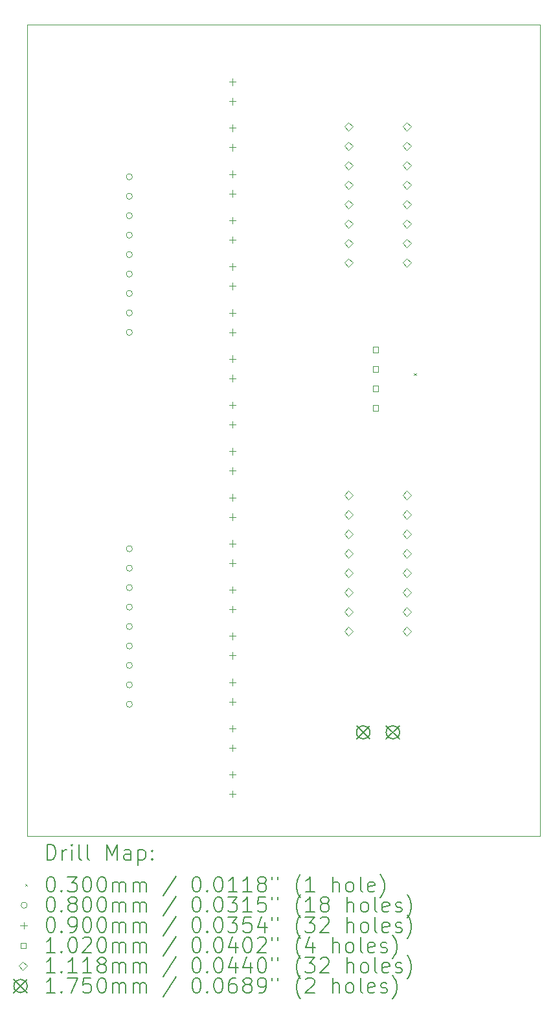
<source format=gbr>
%TF.GenerationSoftware,KiCad,Pcbnew,8.0.4*%
%TF.CreationDate,2024-10-23T14:51:26+02:00*%
%TF.ProjectId,leds,6c656473-2e6b-4696-9361-645f70636258,rev?*%
%TF.SameCoordinates,Original*%
%TF.FileFunction,Drillmap*%
%TF.FilePolarity,Positive*%
%FSLAX45Y45*%
G04 Gerber Fmt 4.5, Leading zero omitted, Abs format (unit mm)*
G04 Created by KiCad (PCBNEW 8.0.4) date 2024-10-23 14:51:26*
%MOMM*%
%LPD*%
G01*
G04 APERTURE LIST*
%ADD10C,0.050000*%
%ADD11C,0.200000*%
%ADD12C,0.100000*%
%ADD13C,0.102000*%
%ADD14C,0.111760*%
%ADD15C,0.175000*%
G04 APERTURE END LIST*
D10*
X11750000Y-5550000D02*
X18450000Y-5550000D01*
X18450000Y-16150000D01*
X11750000Y-16150000D01*
X11750000Y-5550000D01*
D11*
D12*
X16803650Y-10107470D02*
X16833650Y-10137470D01*
X16833650Y-10107470D02*
X16803650Y-10137470D01*
X13122500Y-7542000D02*
G75*
G02*
X13042500Y-7542000I-40000J0D01*
G01*
X13042500Y-7542000D02*
G75*
G02*
X13122500Y-7542000I40000J0D01*
G01*
X13122500Y-7796000D02*
G75*
G02*
X13042500Y-7796000I-40000J0D01*
G01*
X13042500Y-7796000D02*
G75*
G02*
X13122500Y-7796000I40000J0D01*
G01*
X13122500Y-8050000D02*
G75*
G02*
X13042500Y-8050000I-40000J0D01*
G01*
X13042500Y-8050000D02*
G75*
G02*
X13122500Y-8050000I40000J0D01*
G01*
X13122500Y-8304000D02*
G75*
G02*
X13042500Y-8304000I-40000J0D01*
G01*
X13042500Y-8304000D02*
G75*
G02*
X13122500Y-8304000I40000J0D01*
G01*
X13122500Y-8558000D02*
G75*
G02*
X13042500Y-8558000I-40000J0D01*
G01*
X13042500Y-8558000D02*
G75*
G02*
X13122500Y-8558000I40000J0D01*
G01*
X13122500Y-8812000D02*
G75*
G02*
X13042500Y-8812000I-40000J0D01*
G01*
X13042500Y-8812000D02*
G75*
G02*
X13122500Y-8812000I40000J0D01*
G01*
X13122500Y-9066000D02*
G75*
G02*
X13042500Y-9066000I-40000J0D01*
G01*
X13042500Y-9066000D02*
G75*
G02*
X13122500Y-9066000I40000J0D01*
G01*
X13122500Y-9320000D02*
G75*
G02*
X13042500Y-9320000I-40000J0D01*
G01*
X13042500Y-9320000D02*
G75*
G02*
X13122500Y-9320000I40000J0D01*
G01*
X13122500Y-9574000D02*
G75*
G02*
X13042500Y-9574000I-40000J0D01*
G01*
X13042500Y-9574000D02*
G75*
G02*
X13122500Y-9574000I40000J0D01*
G01*
X13122500Y-12400000D02*
G75*
G02*
X13042500Y-12400000I-40000J0D01*
G01*
X13042500Y-12400000D02*
G75*
G02*
X13122500Y-12400000I40000J0D01*
G01*
X13122500Y-12654000D02*
G75*
G02*
X13042500Y-12654000I-40000J0D01*
G01*
X13042500Y-12654000D02*
G75*
G02*
X13122500Y-12654000I40000J0D01*
G01*
X13122500Y-12908000D02*
G75*
G02*
X13042500Y-12908000I-40000J0D01*
G01*
X13042500Y-12908000D02*
G75*
G02*
X13122500Y-12908000I40000J0D01*
G01*
X13122500Y-13162000D02*
G75*
G02*
X13042500Y-13162000I-40000J0D01*
G01*
X13042500Y-13162000D02*
G75*
G02*
X13122500Y-13162000I40000J0D01*
G01*
X13122500Y-13416000D02*
G75*
G02*
X13042500Y-13416000I-40000J0D01*
G01*
X13042500Y-13416000D02*
G75*
G02*
X13122500Y-13416000I40000J0D01*
G01*
X13122500Y-13670000D02*
G75*
G02*
X13042500Y-13670000I-40000J0D01*
G01*
X13042500Y-13670000D02*
G75*
G02*
X13122500Y-13670000I40000J0D01*
G01*
X13122500Y-13924000D02*
G75*
G02*
X13042500Y-13924000I-40000J0D01*
G01*
X13042500Y-13924000D02*
G75*
G02*
X13122500Y-13924000I40000J0D01*
G01*
X13122500Y-14178000D02*
G75*
G02*
X13042500Y-14178000I-40000J0D01*
G01*
X13042500Y-14178000D02*
G75*
G02*
X13122500Y-14178000I40000J0D01*
G01*
X13122500Y-14432000D02*
G75*
G02*
X13042500Y-14432000I-40000J0D01*
G01*
X13042500Y-14432000D02*
G75*
G02*
X13122500Y-14432000I40000J0D01*
G01*
X14432500Y-6255000D02*
X14432500Y-6345000D01*
X14387500Y-6300000D02*
X14477500Y-6300000D01*
X14432500Y-6509000D02*
X14432500Y-6599000D01*
X14387500Y-6554000D02*
X14477500Y-6554000D01*
X14432500Y-6858330D02*
X14432500Y-6948330D01*
X14387500Y-6903330D02*
X14477500Y-6903330D01*
X14432500Y-7112330D02*
X14432500Y-7202330D01*
X14387500Y-7157330D02*
X14477500Y-7157330D01*
X14432500Y-7461670D02*
X14432500Y-7551670D01*
X14387500Y-7506670D02*
X14477500Y-7506670D01*
X14432500Y-7715670D02*
X14432500Y-7805670D01*
X14387500Y-7760670D02*
X14477500Y-7760670D01*
X14432500Y-8065000D02*
X14432500Y-8155000D01*
X14387500Y-8110000D02*
X14477500Y-8110000D01*
X14432500Y-8319000D02*
X14432500Y-8409000D01*
X14387500Y-8364000D02*
X14477500Y-8364000D01*
X14432500Y-8668330D02*
X14432500Y-8758330D01*
X14387500Y-8713330D02*
X14477500Y-8713330D01*
X14432500Y-8922330D02*
X14432500Y-9012330D01*
X14387500Y-8967330D02*
X14477500Y-8967330D01*
X14432500Y-9271670D02*
X14432500Y-9361670D01*
X14387500Y-9316670D02*
X14477500Y-9316670D01*
X14432500Y-9525670D02*
X14432500Y-9615670D01*
X14387500Y-9570670D02*
X14477500Y-9570670D01*
X14432500Y-9875000D02*
X14432500Y-9965000D01*
X14387500Y-9920000D02*
X14477500Y-9920000D01*
X14432500Y-10129000D02*
X14432500Y-10219000D01*
X14387500Y-10174000D02*
X14477500Y-10174000D01*
X14432500Y-10478330D02*
X14432500Y-10568330D01*
X14387500Y-10523330D02*
X14477500Y-10523330D01*
X14432500Y-10732330D02*
X14432500Y-10822330D01*
X14387500Y-10777330D02*
X14477500Y-10777330D01*
X14432500Y-11081670D02*
X14432500Y-11171670D01*
X14387500Y-11126670D02*
X14477500Y-11126670D01*
X14432500Y-11335670D02*
X14432500Y-11425670D01*
X14387500Y-11380670D02*
X14477500Y-11380670D01*
X14432500Y-11685000D02*
X14432500Y-11775000D01*
X14387500Y-11730000D02*
X14477500Y-11730000D01*
X14432500Y-11939000D02*
X14432500Y-12029000D01*
X14387500Y-11984000D02*
X14477500Y-11984000D01*
X14432500Y-12288330D02*
X14432500Y-12378330D01*
X14387500Y-12333330D02*
X14477500Y-12333330D01*
X14432500Y-12542330D02*
X14432500Y-12632330D01*
X14387500Y-12587330D02*
X14477500Y-12587330D01*
X14432500Y-12891670D02*
X14432500Y-12981670D01*
X14387500Y-12936670D02*
X14477500Y-12936670D01*
X14432500Y-13145670D02*
X14432500Y-13235670D01*
X14387500Y-13190670D02*
X14477500Y-13190670D01*
X14432500Y-13495000D02*
X14432500Y-13585000D01*
X14387500Y-13540000D02*
X14477500Y-13540000D01*
X14432500Y-13749000D02*
X14432500Y-13839000D01*
X14387500Y-13794000D02*
X14477500Y-13794000D01*
X14432500Y-14098330D02*
X14432500Y-14188330D01*
X14387500Y-14143330D02*
X14477500Y-14143330D01*
X14432500Y-14352330D02*
X14432500Y-14442330D01*
X14387500Y-14397330D02*
X14477500Y-14397330D01*
X14432500Y-14701660D02*
X14432500Y-14791660D01*
X14387500Y-14746660D02*
X14477500Y-14746660D01*
X14432500Y-14955660D02*
X14432500Y-15045660D01*
X14387500Y-15000660D02*
X14477500Y-15000660D01*
X14432500Y-15305000D02*
X14432500Y-15395000D01*
X14387500Y-15350000D02*
X14477500Y-15350000D01*
X14432500Y-15559000D02*
X14432500Y-15649000D01*
X14387500Y-15604000D02*
X14477500Y-15604000D01*
D13*
X16337063Y-9835393D02*
X16337063Y-9763267D01*
X16264937Y-9763267D01*
X16264937Y-9835393D01*
X16337063Y-9835393D01*
X16337063Y-10089393D02*
X16337063Y-10017267D01*
X16264937Y-10017267D01*
X16264937Y-10089393D01*
X16337063Y-10089393D01*
X16337063Y-10343393D02*
X16337063Y-10271267D01*
X16264937Y-10271267D01*
X16264937Y-10343393D01*
X16337063Y-10343393D01*
X16337063Y-10597393D02*
X16337063Y-10525267D01*
X16264937Y-10525267D01*
X16264937Y-10597393D01*
X16337063Y-10597393D01*
D14*
X15950000Y-6939880D02*
X16005880Y-6884000D01*
X15950000Y-6828120D01*
X15894120Y-6884000D01*
X15950000Y-6939880D01*
X15950000Y-7193880D02*
X16005880Y-7138000D01*
X15950000Y-7082120D01*
X15894120Y-7138000D01*
X15950000Y-7193880D01*
X15950000Y-7447880D02*
X16005880Y-7392000D01*
X15950000Y-7336120D01*
X15894120Y-7392000D01*
X15950000Y-7447880D01*
X15950000Y-7701880D02*
X16005880Y-7646000D01*
X15950000Y-7590120D01*
X15894120Y-7646000D01*
X15950000Y-7701880D01*
X15950000Y-7955880D02*
X16005880Y-7900000D01*
X15950000Y-7844120D01*
X15894120Y-7900000D01*
X15950000Y-7955880D01*
X15950000Y-8209880D02*
X16005880Y-8154000D01*
X15950000Y-8098120D01*
X15894120Y-8154000D01*
X15950000Y-8209880D01*
X15950000Y-8463880D02*
X16005880Y-8408000D01*
X15950000Y-8352120D01*
X15894120Y-8408000D01*
X15950000Y-8463880D01*
X15950000Y-8717880D02*
X16005880Y-8662000D01*
X15950000Y-8606120D01*
X15894120Y-8662000D01*
X15950000Y-8717880D01*
X15950000Y-11756550D02*
X16005880Y-11700670D01*
X15950000Y-11644790D01*
X15894120Y-11700670D01*
X15950000Y-11756550D01*
X15950000Y-12010550D02*
X16005880Y-11954670D01*
X15950000Y-11898790D01*
X15894120Y-11954670D01*
X15950000Y-12010550D01*
X15950000Y-12264550D02*
X16005880Y-12208670D01*
X15950000Y-12152790D01*
X15894120Y-12208670D01*
X15950000Y-12264550D01*
X15950000Y-12518550D02*
X16005880Y-12462670D01*
X15950000Y-12406790D01*
X15894120Y-12462670D01*
X15950000Y-12518550D01*
X15950000Y-12772550D02*
X16005880Y-12716670D01*
X15950000Y-12660790D01*
X15894120Y-12716670D01*
X15950000Y-12772550D01*
X15950000Y-13026550D02*
X16005880Y-12970670D01*
X15950000Y-12914790D01*
X15894120Y-12970670D01*
X15950000Y-13026550D01*
X15950000Y-13280550D02*
X16005880Y-13224670D01*
X15950000Y-13168790D01*
X15894120Y-13224670D01*
X15950000Y-13280550D01*
X15950000Y-13534550D02*
X16005880Y-13478670D01*
X15950000Y-13422790D01*
X15894120Y-13478670D01*
X15950000Y-13534550D01*
X16712000Y-6939880D02*
X16767880Y-6884000D01*
X16712000Y-6828120D01*
X16656120Y-6884000D01*
X16712000Y-6939880D01*
X16712000Y-7193880D02*
X16767880Y-7138000D01*
X16712000Y-7082120D01*
X16656120Y-7138000D01*
X16712000Y-7193880D01*
X16712000Y-7447880D02*
X16767880Y-7392000D01*
X16712000Y-7336120D01*
X16656120Y-7392000D01*
X16712000Y-7447880D01*
X16712000Y-7701880D02*
X16767880Y-7646000D01*
X16712000Y-7590120D01*
X16656120Y-7646000D01*
X16712000Y-7701880D01*
X16712000Y-7955880D02*
X16767880Y-7900000D01*
X16712000Y-7844120D01*
X16656120Y-7900000D01*
X16712000Y-7955880D01*
X16712000Y-8209880D02*
X16767880Y-8154000D01*
X16712000Y-8098120D01*
X16656120Y-8154000D01*
X16712000Y-8209880D01*
X16712000Y-8463880D02*
X16767880Y-8408000D01*
X16712000Y-8352120D01*
X16656120Y-8408000D01*
X16712000Y-8463880D01*
X16712000Y-8717880D02*
X16767880Y-8662000D01*
X16712000Y-8606120D01*
X16656120Y-8662000D01*
X16712000Y-8717880D01*
X16712000Y-11756550D02*
X16767880Y-11700670D01*
X16712000Y-11644790D01*
X16656120Y-11700670D01*
X16712000Y-11756550D01*
X16712000Y-12010550D02*
X16767880Y-11954670D01*
X16712000Y-11898790D01*
X16656120Y-11954670D01*
X16712000Y-12010550D01*
X16712000Y-12264550D02*
X16767880Y-12208670D01*
X16712000Y-12152790D01*
X16656120Y-12208670D01*
X16712000Y-12264550D01*
X16712000Y-12518550D02*
X16767880Y-12462670D01*
X16712000Y-12406790D01*
X16656120Y-12462670D01*
X16712000Y-12518550D01*
X16712000Y-12772550D02*
X16767880Y-12716670D01*
X16712000Y-12660790D01*
X16656120Y-12716670D01*
X16712000Y-12772550D01*
X16712000Y-13026550D02*
X16767880Y-12970670D01*
X16712000Y-12914790D01*
X16656120Y-12970670D01*
X16712000Y-13026550D01*
X16712000Y-13280550D02*
X16767880Y-13224670D01*
X16712000Y-13168790D01*
X16656120Y-13224670D01*
X16712000Y-13280550D01*
X16712000Y-13534550D02*
X16767880Y-13478670D01*
X16712000Y-13422790D01*
X16656120Y-13478670D01*
X16712000Y-13534550D01*
D15*
X16052750Y-14710500D02*
X16227750Y-14885500D01*
X16227750Y-14710500D02*
X16052750Y-14885500D01*
X16227750Y-14798000D02*
G75*
G02*
X16052750Y-14798000I-87500J0D01*
G01*
X16052750Y-14798000D02*
G75*
G02*
X16227750Y-14798000I87500J0D01*
G01*
X16440750Y-14710500D02*
X16615750Y-14885500D01*
X16615750Y-14710500D02*
X16440750Y-14885500D01*
X16615750Y-14798000D02*
G75*
G02*
X16440750Y-14798000I-87500J0D01*
G01*
X16440750Y-14798000D02*
G75*
G02*
X16615750Y-14798000I87500J0D01*
G01*
D11*
X12008277Y-16463984D02*
X12008277Y-16263984D01*
X12008277Y-16263984D02*
X12055896Y-16263984D01*
X12055896Y-16263984D02*
X12084467Y-16273508D01*
X12084467Y-16273508D02*
X12103515Y-16292555D01*
X12103515Y-16292555D02*
X12113039Y-16311603D01*
X12113039Y-16311603D02*
X12122562Y-16349698D01*
X12122562Y-16349698D02*
X12122562Y-16378269D01*
X12122562Y-16378269D02*
X12113039Y-16416365D01*
X12113039Y-16416365D02*
X12103515Y-16435412D01*
X12103515Y-16435412D02*
X12084467Y-16454460D01*
X12084467Y-16454460D02*
X12055896Y-16463984D01*
X12055896Y-16463984D02*
X12008277Y-16463984D01*
X12208277Y-16463984D02*
X12208277Y-16330650D01*
X12208277Y-16368746D02*
X12217801Y-16349698D01*
X12217801Y-16349698D02*
X12227324Y-16340174D01*
X12227324Y-16340174D02*
X12246372Y-16330650D01*
X12246372Y-16330650D02*
X12265420Y-16330650D01*
X12332086Y-16463984D02*
X12332086Y-16330650D01*
X12332086Y-16263984D02*
X12322562Y-16273508D01*
X12322562Y-16273508D02*
X12332086Y-16283031D01*
X12332086Y-16283031D02*
X12341610Y-16273508D01*
X12341610Y-16273508D02*
X12332086Y-16263984D01*
X12332086Y-16263984D02*
X12332086Y-16283031D01*
X12455896Y-16463984D02*
X12436848Y-16454460D01*
X12436848Y-16454460D02*
X12427324Y-16435412D01*
X12427324Y-16435412D02*
X12427324Y-16263984D01*
X12560658Y-16463984D02*
X12541610Y-16454460D01*
X12541610Y-16454460D02*
X12532086Y-16435412D01*
X12532086Y-16435412D02*
X12532086Y-16263984D01*
X12789229Y-16463984D02*
X12789229Y-16263984D01*
X12789229Y-16263984D02*
X12855896Y-16406841D01*
X12855896Y-16406841D02*
X12922562Y-16263984D01*
X12922562Y-16263984D02*
X12922562Y-16463984D01*
X13103515Y-16463984D02*
X13103515Y-16359222D01*
X13103515Y-16359222D02*
X13093991Y-16340174D01*
X13093991Y-16340174D02*
X13074943Y-16330650D01*
X13074943Y-16330650D02*
X13036848Y-16330650D01*
X13036848Y-16330650D02*
X13017801Y-16340174D01*
X13103515Y-16454460D02*
X13084467Y-16463984D01*
X13084467Y-16463984D02*
X13036848Y-16463984D01*
X13036848Y-16463984D02*
X13017801Y-16454460D01*
X13017801Y-16454460D02*
X13008277Y-16435412D01*
X13008277Y-16435412D02*
X13008277Y-16416365D01*
X13008277Y-16416365D02*
X13017801Y-16397317D01*
X13017801Y-16397317D02*
X13036848Y-16387793D01*
X13036848Y-16387793D02*
X13084467Y-16387793D01*
X13084467Y-16387793D02*
X13103515Y-16378269D01*
X13198753Y-16330650D02*
X13198753Y-16530650D01*
X13198753Y-16340174D02*
X13217801Y-16330650D01*
X13217801Y-16330650D02*
X13255896Y-16330650D01*
X13255896Y-16330650D02*
X13274943Y-16340174D01*
X13274943Y-16340174D02*
X13284467Y-16349698D01*
X13284467Y-16349698D02*
X13293991Y-16368746D01*
X13293991Y-16368746D02*
X13293991Y-16425888D01*
X13293991Y-16425888D02*
X13284467Y-16444936D01*
X13284467Y-16444936D02*
X13274943Y-16454460D01*
X13274943Y-16454460D02*
X13255896Y-16463984D01*
X13255896Y-16463984D02*
X13217801Y-16463984D01*
X13217801Y-16463984D02*
X13198753Y-16454460D01*
X13379705Y-16444936D02*
X13389229Y-16454460D01*
X13389229Y-16454460D02*
X13379705Y-16463984D01*
X13379705Y-16463984D02*
X13370182Y-16454460D01*
X13370182Y-16454460D02*
X13379705Y-16444936D01*
X13379705Y-16444936D02*
X13379705Y-16463984D01*
X13379705Y-16340174D02*
X13389229Y-16349698D01*
X13389229Y-16349698D02*
X13379705Y-16359222D01*
X13379705Y-16359222D02*
X13370182Y-16349698D01*
X13370182Y-16349698D02*
X13379705Y-16340174D01*
X13379705Y-16340174D02*
X13379705Y-16359222D01*
D12*
X11717500Y-16777500D02*
X11747500Y-16807500D01*
X11747500Y-16777500D02*
X11717500Y-16807500D01*
D11*
X12046372Y-16683984D02*
X12065420Y-16683984D01*
X12065420Y-16683984D02*
X12084467Y-16693508D01*
X12084467Y-16693508D02*
X12093991Y-16703031D01*
X12093991Y-16703031D02*
X12103515Y-16722079D01*
X12103515Y-16722079D02*
X12113039Y-16760174D01*
X12113039Y-16760174D02*
X12113039Y-16807793D01*
X12113039Y-16807793D02*
X12103515Y-16845889D01*
X12103515Y-16845889D02*
X12093991Y-16864936D01*
X12093991Y-16864936D02*
X12084467Y-16874460D01*
X12084467Y-16874460D02*
X12065420Y-16883984D01*
X12065420Y-16883984D02*
X12046372Y-16883984D01*
X12046372Y-16883984D02*
X12027324Y-16874460D01*
X12027324Y-16874460D02*
X12017801Y-16864936D01*
X12017801Y-16864936D02*
X12008277Y-16845889D01*
X12008277Y-16845889D02*
X11998753Y-16807793D01*
X11998753Y-16807793D02*
X11998753Y-16760174D01*
X11998753Y-16760174D02*
X12008277Y-16722079D01*
X12008277Y-16722079D02*
X12017801Y-16703031D01*
X12017801Y-16703031D02*
X12027324Y-16693508D01*
X12027324Y-16693508D02*
X12046372Y-16683984D01*
X12198753Y-16864936D02*
X12208277Y-16874460D01*
X12208277Y-16874460D02*
X12198753Y-16883984D01*
X12198753Y-16883984D02*
X12189229Y-16874460D01*
X12189229Y-16874460D02*
X12198753Y-16864936D01*
X12198753Y-16864936D02*
X12198753Y-16883984D01*
X12274943Y-16683984D02*
X12398753Y-16683984D01*
X12398753Y-16683984D02*
X12332086Y-16760174D01*
X12332086Y-16760174D02*
X12360658Y-16760174D01*
X12360658Y-16760174D02*
X12379705Y-16769698D01*
X12379705Y-16769698D02*
X12389229Y-16779222D01*
X12389229Y-16779222D02*
X12398753Y-16798270D01*
X12398753Y-16798270D02*
X12398753Y-16845889D01*
X12398753Y-16845889D02*
X12389229Y-16864936D01*
X12389229Y-16864936D02*
X12379705Y-16874460D01*
X12379705Y-16874460D02*
X12360658Y-16883984D01*
X12360658Y-16883984D02*
X12303515Y-16883984D01*
X12303515Y-16883984D02*
X12284467Y-16874460D01*
X12284467Y-16874460D02*
X12274943Y-16864936D01*
X12522562Y-16683984D02*
X12541610Y-16683984D01*
X12541610Y-16683984D02*
X12560658Y-16693508D01*
X12560658Y-16693508D02*
X12570182Y-16703031D01*
X12570182Y-16703031D02*
X12579705Y-16722079D01*
X12579705Y-16722079D02*
X12589229Y-16760174D01*
X12589229Y-16760174D02*
X12589229Y-16807793D01*
X12589229Y-16807793D02*
X12579705Y-16845889D01*
X12579705Y-16845889D02*
X12570182Y-16864936D01*
X12570182Y-16864936D02*
X12560658Y-16874460D01*
X12560658Y-16874460D02*
X12541610Y-16883984D01*
X12541610Y-16883984D02*
X12522562Y-16883984D01*
X12522562Y-16883984D02*
X12503515Y-16874460D01*
X12503515Y-16874460D02*
X12493991Y-16864936D01*
X12493991Y-16864936D02*
X12484467Y-16845889D01*
X12484467Y-16845889D02*
X12474943Y-16807793D01*
X12474943Y-16807793D02*
X12474943Y-16760174D01*
X12474943Y-16760174D02*
X12484467Y-16722079D01*
X12484467Y-16722079D02*
X12493991Y-16703031D01*
X12493991Y-16703031D02*
X12503515Y-16693508D01*
X12503515Y-16693508D02*
X12522562Y-16683984D01*
X12713039Y-16683984D02*
X12732086Y-16683984D01*
X12732086Y-16683984D02*
X12751134Y-16693508D01*
X12751134Y-16693508D02*
X12760658Y-16703031D01*
X12760658Y-16703031D02*
X12770182Y-16722079D01*
X12770182Y-16722079D02*
X12779705Y-16760174D01*
X12779705Y-16760174D02*
X12779705Y-16807793D01*
X12779705Y-16807793D02*
X12770182Y-16845889D01*
X12770182Y-16845889D02*
X12760658Y-16864936D01*
X12760658Y-16864936D02*
X12751134Y-16874460D01*
X12751134Y-16874460D02*
X12732086Y-16883984D01*
X12732086Y-16883984D02*
X12713039Y-16883984D01*
X12713039Y-16883984D02*
X12693991Y-16874460D01*
X12693991Y-16874460D02*
X12684467Y-16864936D01*
X12684467Y-16864936D02*
X12674943Y-16845889D01*
X12674943Y-16845889D02*
X12665420Y-16807793D01*
X12665420Y-16807793D02*
X12665420Y-16760174D01*
X12665420Y-16760174D02*
X12674943Y-16722079D01*
X12674943Y-16722079D02*
X12684467Y-16703031D01*
X12684467Y-16703031D02*
X12693991Y-16693508D01*
X12693991Y-16693508D02*
X12713039Y-16683984D01*
X12865420Y-16883984D02*
X12865420Y-16750650D01*
X12865420Y-16769698D02*
X12874943Y-16760174D01*
X12874943Y-16760174D02*
X12893991Y-16750650D01*
X12893991Y-16750650D02*
X12922563Y-16750650D01*
X12922563Y-16750650D02*
X12941610Y-16760174D01*
X12941610Y-16760174D02*
X12951134Y-16779222D01*
X12951134Y-16779222D02*
X12951134Y-16883984D01*
X12951134Y-16779222D02*
X12960658Y-16760174D01*
X12960658Y-16760174D02*
X12979705Y-16750650D01*
X12979705Y-16750650D02*
X13008277Y-16750650D01*
X13008277Y-16750650D02*
X13027324Y-16760174D01*
X13027324Y-16760174D02*
X13036848Y-16779222D01*
X13036848Y-16779222D02*
X13036848Y-16883984D01*
X13132086Y-16883984D02*
X13132086Y-16750650D01*
X13132086Y-16769698D02*
X13141610Y-16760174D01*
X13141610Y-16760174D02*
X13160658Y-16750650D01*
X13160658Y-16750650D02*
X13189229Y-16750650D01*
X13189229Y-16750650D02*
X13208277Y-16760174D01*
X13208277Y-16760174D02*
X13217801Y-16779222D01*
X13217801Y-16779222D02*
X13217801Y-16883984D01*
X13217801Y-16779222D02*
X13227324Y-16760174D01*
X13227324Y-16760174D02*
X13246372Y-16750650D01*
X13246372Y-16750650D02*
X13274943Y-16750650D01*
X13274943Y-16750650D02*
X13293991Y-16760174D01*
X13293991Y-16760174D02*
X13303515Y-16779222D01*
X13303515Y-16779222D02*
X13303515Y-16883984D01*
X13693991Y-16674460D02*
X13522563Y-16931603D01*
X13951134Y-16683984D02*
X13970182Y-16683984D01*
X13970182Y-16683984D02*
X13989229Y-16693508D01*
X13989229Y-16693508D02*
X13998753Y-16703031D01*
X13998753Y-16703031D02*
X14008277Y-16722079D01*
X14008277Y-16722079D02*
X14017801Y-16760174D01*
X14017801Y-16760174D02*
X14017801Y-16807793D01*
X14017801Y-16807793D02*
X14008277Y-16845889D01*
X14008277Y-16845889D02*
X13998753Y-16864936D01*
X13998753Y-16864936D02*
X13989229Y-16874460D01*
X13989229Y-16874460D02*
X13970182Y-16883984D01*
X13970182Y-16883984D02*
X13951134Y-16883984D01*
X13951134Y-16883984D02*
X13932086Y-16874460D01*
X13932086Y-16874460D02*
X13922563Y-16864936D01*
X13922563Y-16864936D02*
X13913039Y-16845889D01*
X13913039Y-16845889D02*
X13903515Y-16807793D01*
X13903515Y-16807793D02*
X13903515Y-16760174D01*
X13903515Y-16760174D02*
X13913039Y-16722079D01*
X13913039Y-16722079D02*
X13922563Y-16703031D01*
X13922563Y-16703031D02*
X13932086Y-16693508D01*
X13932086Y-16693508D02*
X13951134Y-16683984D01*
X14103515Y-16864936D02*
X14113039Y-16874460D01*
X14113039Y-16874460D02*
X14103515Y-16883984D01*
X14103515Y-16883984D02*
X14093991Y-16874460D01*
X14093991Y-16874460D02*
X14103515Y-16864936D01*
X14103515Y-16864936D02*
X14103515Y-16883984D01*
X14236848Y-16683984D02*
X14255896Y-16683984D01*
X14255896Y-16683984D02*
X14274944Y-16693508D01*
X14274944Y-16693508D02*
X14284467Y-16703031D01*
X14284467Y-16703031D02*
X14293991Y-16722079D01*
X14293991Y-16722079D02*
X14303515Y-16760174D01*
X14303515Y-16760174D02*
X14303515Y-16807793D01*
X14303515Y-16807793D02*
X14293991Y-16845889D01*
X14293991Y-16845889D02*
X14284467Y-16864936D01*
X14284467Y-16864936D02*
X14274944Y-16874460D01*
X14274944Y-16874460D02*
X14255896Y-16883984D01*
X14255896Y-16883984D02*
X14236848Y-16883984D01*
X14236848Y-16883984D02*
X14217801Y-16874460D01*
X14217801Y-16874460D02*
X14208277Y-16864936D01*
X14208277Y-16864936D02*
X14198753Y-16845889D01*
X14198753Y-16845889D02*
X14189229Y-16807793D01*
X14189229Y-16807793D02*
X14189229Y-16760174D01*
X14189229Y-16760174D02*
X14198753Y-16722079D01*
X14198753Y-16722079D02*
X14208277Y-16703031D01*
X14208277Y-16703031D02*
X14217801Y-16693508D01*
X14217801Y-16693508D02*
X14236848Y-16683984D01*
X14493991Y-16883984D02*
X14379706Y-16883984D01*
X14436848Y-16883984D02*
X14436848Y-16683984D01*
X14436848Y-16683984D02*
X14417801Y-16712555D01*
X14417801Y-16712555D02*
X14398753Y-16731603D01*
X14398753Y-16731603D02*
X14379706Y-16741127D01*
X14684467Y-16883984D02*
X14570182Y-16883984D01*
X14627325Y-16883984D02*
X14627325Y-16683984D01*
X14627325Y-16683984D02*
X14608277Y-16712555D01*
X14608277Y-16712555D02*
X14589229Y-16731603D01*
X14589229Y-16731603D02*
X14570182Y-16741127D01*
X14798753Y-16769698D02*
X14779706Y-16760174D01*
X14779706Y-16760174D02*
X14770182Y-16750650D01*
X14770182Y-16750650D02*
X14760658Y-16731603D01*
X14760658Y-16731603D02*
X14760658Y-16722079D01*
X14760658Y-16722079D02*
X14770182Y-16703031D01*
X14770182Y-16703031D02*
X14779706Y-16693508D01*
X14779706Y-16693508D02*
X14798753Y-16683984D01*
X14798753Y-16683984D02*
X14836848Y-16683984D01*
X14836848Y-16683984D02*
X14855896Y-16693508D01*
X14855896Y-16693508D02*
X14865420Y-16703031D01*
X14865420Y-16703031D02*
X14874944Y-16722079D01*
X14874944Y-16722079D02*
X14874944Y-16731603D01*
X14874944Y-16731603D02*
X14865420Y-16750650D01*
X14865420Y-16750650D02*
X14855896Y-16760174D01*
X14855896Y-16760174D02*
X14836848Y-16769698D01*
X14836848Y-16769698D02*
X14798753Y-16769698D01*
X14798753Y-16769698D02*
X14779706Y-16779222D01*
X14779706Y-16779222D02*
X14770182Y-16788746D01*
X14770182Y-16788746D02*
X14760658Y-16807793D01*
X14760658Y-16807793D02*
X14760658Y-16845889D01*
X14760658Y-16845889D02*
X14770182Y-16864936D01*
X14770182Y-16864936D02*
X14779706Y-16874460D01*
X14779706Y-16874460D02*
X14798753Y-16883984D01*
X14798753Y-16883984D02*
X14836848Y-16883984D01*
X14836848Y-16883984D02*
X14855896Y-16874460D01*
X14855896Y-16874460D02*
X14865420Y-16864936D01*
X14865420Y-16864936D02*
X14874944Y-16845889D01*
X14874944Y-16845889D02*
X14874944Y-16807793D01*
X14874944Y-16807793D02*
X14865420Y-16788746D01*
X14865420Y-16788746D02*
X14855896Y-16779222D01*
X14855896Y-16779222D02*
X14836848Y-16769698D01*
X14951134Y-16683984D02*
X14951134Y-16722079D01*
X15027325Y-16683984D02*
X15027325Y-16722079D01*
X15322563Y-16960174D02*
X15313039Y-16950650D01*
X15313039Y-16950650D02*
X15293991Y-16922079D01*
X15293991Y-16922079D02*
X15284468Y-16903031D01*
X15284468Y-16903031D02*
X15274944Y-16874460D01*
X15274944Y-16874460D02*
X15265420Y-16826841D01*
X15265420Y-16826841D02*
X15265420Y-16788746D01*
X15265420Y-16788746D02*
X15274944Y-16741127D01*
X15274944Y-16741127D02*
X15284468Y-16712555D01*
X15284468Y-16712555D02*
X15293991Y-16693508D01*
X15293991Y-16693508D02*
X15313039Y-16664936D01*
X15313039Y-16664936D02*
X15322563Y-16655412D01*
X15503515Y-16883984D02*
X15389229Y-16883984D01*
X15446372Y-16883984D02*
X15446372Y-16683984D01*
X15446372Y-16683984D02*
X15427325Y-16712555D01*
X15427325Y-16712555D02*
X15408277Y-16731603D01*
X15408277Y-16731603D02*
X15389229Y-16741127D01*
X15741610Y-16883984D02*
X15741610Y-16683984D01*
X15827325Y-16883984D02*
X15827325Y-16779222D01*
X15827325Y-16779222D02*
X15817801Y-16760174D01*
X15817801Y-16760174D02*
X15798753Y-16750650D01*
X15798753Y-16750650D02*
X15770182Y-16750650D01*
X15770182Y-16750650D02*
X15751134Y-16760174D01*
X15751134Y-16760174D02*
X15741610Y-16769698D01*
X15951134Y-16883984D02*
X15932087Y-16874460D01*
X15932087Y-16874460D02*
X15922563Y-16864936D01*
X15922563Y-16864936D02*
X15913039Y-16845889D01*
X15913039Y-16845889D02*
X15913039Y-16788746D01*
X15913039Y-16788746D02*
X15922563Y-16769698D01*
X15922563Y-16769698D02*
X15932087Y-16760174D01*
X15932087Y-16760174D02*
X15951134Y-16750650D01*
X15951134Y-16750650D02*
X15979706Y-16750650D01*
X15979706Y-16750650D02*
X15998753Y-16760174D01*
X15998753Y-16760174D02*
X16008277Y-16769698D01*
X16008277Y-16769698D02*
X16017801Y-16788746D01*
X16017801Y-16788746D02*
X16017801Y-16845889D01*
X16017801Y-16845889D02*
X16008277Y-16864936D01*
X16008277Y-16864936D02*
X15998753Y-16874460D01*
X15998753Y-16874460D02*
X15979706Y-16883984D01*
X15979706Y-16883984D02*
X15951134Y-16883984D01*
X16132087Y-16883984D02*
X16113039Y-16874460D01*
X16113039Y-16874460D02*
X16103515Y-16855412D01*
X16103515Y-16855412D02*
X16103515Y-16683984D01*
X16284468Y-16874460D02*
X16265420Y-16883984D01*
X16265420Y-16883984D02*
X16227325Y-16883984D01*
X16227325Y-16883984D02*
X16208277Y-16874460D01*
X16208277Y-16874460D02*
X16198753Y-16855412D01*
X16198753Y-16855412D02*
X16198753Y-16779222D01*
X16198753Y-16779222D02*
X16208277Y-16760174D01*
X16208277Y-16760174D02*
X16227325Y-16750650D01*
X16227325Y-16750650D02*
X16265420Y-16750650D01*
X16265420Y-16750650D02*
X16284468Y-16760174D01*
X16284468Y-16760174D02*
X16293991Y-16779222D01*
X16293991Y-16779222D02*
X16293991Y-16798270D01*
X16293991Y-16798270D02*
X16198753Y-16817317D01*
X16360658Y-16960174D02*
X16370182Y-16950650D01*
X16370182Y-16950650D02*
X16389230Y-16922079D01*
X16389230Y-16922079D02*
X16398753Y-16903031D01*
X16398753Y-16903031D02*
X16408277Y-16874460D01*
X16408277Y-16874460D02*
X16417801Y-16826841D01*
X16417801Y-16826841D02*
X16417801Y-16788746D01*
X16417801Y-16788746D02*
X16408277Y-16741127D01*
X16408277Y-16741127D02*
X16398753Y-16712555D01*
X16398753Y-16712555D02*
X16389230Y-16693508D01*
X16389230Y-16693508D02*
X16370182Y-16664936D01*
X16370182Y-16664936D02*
X16360658Y-16655412D01*
D12*
X11747500Y-17056500D02*
G75*
G02*
X11667500Y-17056500I-40000J0D01*
G01*
X11667500Y-17056500D02*
G75*
G02*
X11747500Y-17056500I40000J0D01*
G01*
D11*
X12046372Y-16947984D02*
X12065420Y-16947984D01*
X12065420Y-16947984D02*
X12084467Y-16957508D01*
X12084467Y-16957508D02*
X12093991Y-16967031D01*
X12093991Y-16967031D02*
X12103515Y-16986079D01*
X12103515Y-16986079D02*
X12113039Y-17024174D01*
X12113039Y-17024174D02*
X12113039Y-17071793D01*
X12113039Y-17071793D02*
X12103515Y-17109889D01*
X12103515Y-17109889D02*
X12093991Y-17128936D01*
X12093991Y-17128936D02*
X12084467Y-17138460D01*
X12084467Y-17138460D02*
X12065420Y-17147984D01*
X12065420Y-17147984D02*
X12046372Y-17147984D01*
X12046372Y-17147984D02*
X12027324Y-17138460D01*
X12027324Y-17138460D02*
X12017801Y-17128936D01*
X12017801Y-17128936D02*
X12008277Y-17109889D01*
X12008277Y-17109889D02*
X11998753Y-17071793D01*
X11998753Y-17071793D02*
X11998753Y-17024174D01*
X11998753Y-17024174D02*
X12008277Y-16986079D01*
X12008277Y-16986079D02*
X12017801Y-16967031D01*
X12017801Y-16967031D02*
X12027324Y-16957508D01*
X12027324Y-16957508D02*
X12046372Y-16947984D01*
X12198753Y-17128936D02*
X12208277Y-17138460D01*
X12208277Y-17138460D02*
X12198753Y-17147984D01*
X12198753Y-17147984D02*
X12189229Y-17138460D01*
X12189229Y-17138460D02*
X12198753Y-17128936D01*
X12198753Y-17128936D02*
X12198753Y-17147984D01*
X12322562Y-17033698D02*
X12303515Y-17024174D01*
X12303515Y-17024174D02*
X12293991Y-17014650D01*
X12293991Y-17014650D02*
X12284467Y-16995603D01*
X12284467Y-16995603D02*
X12284467Y-16986079D01*
X12284467Y-16986079D02*
X12293991Y-16967031D01*
X12293991Y-16967031D02*
X12303515Y-16957508D01*
X12303515Y-16957508D02*
X12322562Y-16947984D01*
X12322562Y-16947984D02*
X12360658Y-16947984D01*
X12360658Y-16947984D02*
X12379705Y-16957508D01*
X12379705Y-16957508D02*
X12389229Y-16967031D01*
X12389229Y-16967031D02*
X12398753Y-16986079D01*
X12398753Y-16986079D02*
X12398753Y-16995603D01*
X12398753Y-16995603D02*
X12389229Y-17014650D01*
X12389229Y-17014650D02*
X12379705Y-17024174D01*
X12379705Y-17024174D02*
X12360658Y-17033698D01*
X12360658Y-17033698D02*
X12322562Y-17033698D01*
X12322562Y-17033698D02*
X12303515Y-17043222D01*
X12303515Y-17043222D02*
X12293991Y-17052746D01*
X12293991Y-17052746D02*
X12284467Y-17071793D01*
X12284467Y-17071793D02*
X12284467Y-17109889D01*
X12284467Y-17109889D02*
X12293991Y-17128936D01*
X12293991Y-17128936D02*
X12303515Y-17138460D01*
X12303515Y-17138460D02*
X12322562Y-17147984D01*
X12322562Y-17147984D02*
X12360658Y-17147984D01*
X12360658Y-17147984D02*
X12379705Y-17138460D01*
X12379705Y-17138460D02*
X12389229Y-17128936D01*
X12389229Y-17128936D02*
X12398753Y-17109889D01*
X12398753Y-17109889D02*
X12398753Y-17071793D01*
X12398753Y-17071793D02*
X12389229Y-17052746D01*
X12389229Y-17052746D02*
X12379705Y-17043222D01*
X12379705Y-17043222D02*
X12360658Y-17033698D01*
X12522562Y-16947984D02*
X12541610Y-16947984D01*
X12541610Y-16947984D02*
X12560658Y-16957508D01*
X12560658Y-16957508D02*
X12570182Y-16967031D01*
X12570182Y-16967031D02*
X12579705Y-16986079D01*
X12579705Y-16986079D02*
X12589229Y-17024174D01*
X12589229Y-17024174D02*
X12589229Y-17071793D01*
X12589229Y-17071793D02*
X12579705Y-17109889D01*
X12579705Y-17109889D02*
X12570182Y-17128936D01*
X12570182Y-17128936D02*
X12560658Y-17138460D01*
X12560658Y-17138460D02*
X12541610Y-17147984D01*
X12541610Y-17147984D02*
X12522562Y-17147984D01*
X12522562Y-17147984D02*
X12503515Y-17138460D01*
X12503515Y-17138460D02*
X12493991Y-17128936D01*
X12493991Y-17128936D02*
X12484467Y-17109889D01*
X12484467Y-17109889D02*
X12474943Y-17071793D01*
X12474943Y-17071793D02*
X12474943Y-17024174D01*
X12474943Y-17024174D02*
X12484467Y-16986079D01*
X12484467Y-16986079D02*
X12493991Y-16967031D01*
X12493991Y-16967031D02*
X12503515Y-16957508D01*
X12503515Y-16957508D02*
X12522562Y-16947984D01*
X12713039Y-16947984D02*
X12732086Y-16947984D01*
X12732086Y-16947984D02*
X12751134Y-16957508D01*
X12751134Y-16957508D02*
X12760658Y-16967031D01*
X12760658Y-16967031D02*
X12770182Y-16986079D01*
X12770182Y-16986079D02*
X12779705Y-17024174D01*
X12779705Y-17024174D02*
X12779705Y-17071793D01*
X12779705Y-17071793D02*
X12770182Y-17109889D01*
X12770182Y-17109889D02*
X12760658Y-17128936D01*
X12760658Y-17128936D02*
X12751134Y-17138460D01*
X12751134Y-17138460D02*
X12732086Y-17147984D01*
X12732086Y-17147984D02*
X12713039Y-17147984D01*
X12713039Y-17147984D02*
X12693991Y-17138460D01*
X12693991Y-17138460D02*
X12684467Y-17128936D01*
X12684467Y-17128936D02*
X12674943Y-17109889D01*
X12674943Y-17109889D02*
X12665420Y-17071793D01*
X12665420Y-17071793D02*
X12665420Y-17024174D01*
X12665420Y-17024174D02*
X12674943Y-16986079D01*
X12674943Y-16986079D02*
X12684467Y-16967031D01*
X12684467Y-16967031D02*
X12693991Y-16957508D01*
X12693991Y-16957508D02*
X12713039Y-16947984D01*
X12865420Y-17147984D02*
X12865420Y-17014650D01*
X12865420Y-17033698D02*
X12874943Y-17024174D01*
X12874943Y-17024174D02*
X12893991Y-17014650D01*
X12893991Y-17014650D02*
X12922563Y-17014650D01*
X12922563Y-17014650D02*
X12941610Y-17024174D01*
X12941610Y-17024174D02*
X12951134Y-17043222D01*
X12951134Y-17043222D02*
X12951134Y-17147984D01*
X12951134Y-17043222D02*
X12960658Y-17024174D01*
X12960658Y-17024174D02*
X12979705Y-17014650D01*
X12979705Y-17014650D02*
X13008277Y-17014650D01*
X13008277Y-17014650D02*
X13027324Y-17024174D01*
X13027324Y-17024174D02*
X13036848Y-17043222D01*
X13036848Y-17043222D02*
X13036848Y-17147984D01*
X13132086Y-17147984D02*
X13132086Y-17014650D01*
X13132086Y-17033698D02*
X13141610Y-17024174D01*
X13141610Y-17024174D02*
X13160658Y-17014650D01*
X13160658Y-17014650D02*
X13189229Y-17014650D01*
X13189229Y-17014650D02*
X13208277Y-17024174D01*
X13208277Y-17024174D02*
X13217801Y-17043222D01*
X13217801Y-17043222D02*
X13217801Y-17147984D01*
X13217801Y-17043222D02*
X13227324Y-17024174D01*
X13227324Y-17024174D02*
X13246372Y-17014650D01*
X13246372Y-17014650D02*
X13274943Y-17014650D01*
X13274943Y-17014650D02*
X13293991Y-17024174D01*
X13293991Y-17024174D02*
X13303515Y-17043222D01*
X13303515Y-17043222D02*
X13303515Y-17147984D01*
X13693991Y-16938460D02*
X13522563Y-17195603D01*
X13951134Y-16947984D02*
X13970182Y-16947984D01*
X13970182Y-16947984D02*
X13989229Y-16957508D01*
X13989229Y-16957508D02*
X13998753Y-16967031D01*
X13998753Y-16967031D02*
X14008277Y-16986079D01*
X14008277Y-16986079D02*
X14017801Y-17024174D01*
X14017801Y-17024174D02*
X14017801Y-17071793D01*
X14017801Y-17071793D02*
X14008277Y-17109889D01*
X14008277Y-17109889D02*
X13998753Y-17128936D01*
X13998753Y-17128936D02*
X13989229Y-17138460D01*
X13989229Y-17138460D02*
X13970182Y-17147984D01*
X13970182Y-17147984D02*
X13951134Y-17147984D01*
X13951134Y-17147984D02*
X13932086Y-17138460D01*
X13932086Y-17138460D02*
X13922563Y-17128936D01*
X13922563Y-17128936D02*
X13913039Y-17109889D01*
X13913039Y-17109889D02*
X13903515Y-17071793D01*
X13903515Y-17071793D02*
X13903515Y-17024174D01*
X13903515Y-17024174D02*
X13913039Y-16986079D01*
X13913039Y-16986079D02*
X13922563Y-16967031D01*
X13922563Y-16967031D02*
X13932086Y-16957508D01*
X13932086Y-16957508D02*
X13951134Y-16947984D01*
X14103515Y-17128936D02*
X14113039Y-17138460D01*
X14113039Y-17138460D02*
X14103515Y-17147984D01*
X14103515Y-17147984D02*
X14093991Y-17138460D01*
X14093991Y-17138460D02*
X14103515Y-17128936D01*
X14103515Y-17128936D02*
X14103515Y-17147984D01*
X14236848Y-16947984D02*
X14255896Y-16947984D01*
X14255896Y-16947984D02*
X14274944Y-16957508D01*
X14274944Y-16957508D02*
X14284467Y-16967031D01*
X14284467Y-16967031D02*
X14293991Y-16986079D01*
X14293991Y-16986079D02*
X14303515Y-17024174D01*
X14303515Y-17024174D02*
X14303515Y-17071793D01*
X14303515Y-17071793D02*
X14293991Y-17109889D01*
X14293991Y-17109889D02*
X14284467Y-17128936D01*
X14284467Y-17128936D02*
X14274944Y-17138460D01*
X14274944Y-17138460D02*
X14255896Y-17147984D01*
X14255896Y-17147984D02*
X14236848Y-17147984D01*
X14236848Y-17147984D02*
X14217801Y-17138460D01*
X14217801Y-17138460D02*
X14208277Y-17128936D01*
X14208277Y-17128936D02*
X14198753Y-17109889D01*
X14198753Y-17109889D02*
X14189229Y-17071793D01*
X14189229Y-17071793D02*
X14189229Y-17024174D01*
X14189229Y-17024174D02*
X14198753Y-16986079D01*
X14198753Y-16986079D02*
X14208277Y-16967031D01*
X14208277Y-16967031D02*
X14217801Y-16957508D01*
X14217801Y-16957508D02*
X14236848Y-16947984D01*
X14370182Y-16947984D02*
X14493991Y-16947984D01*
X14493991Y-16947984D02*
X14427325Y-17024174D01*
X14427325Y-17024174D02*
X14455896Y-17024174D01*
X14455896Y-17024174D02*
X14474944Y-17033698D01*
X14474944Y-17033698D02*
X14484467Y-17043222D01*
X14484467Y-17043222D02*
X14493991Y-17062270D01*
X14493991Y-17062270D02*
X14493991Y-17109889D01*
X14493991Y-17109889D02*
X14484467Y-17128936D01*
X14484467Y-17128936D02*
X14474944Y-17138460D01*
X14474944Y-17138460D02*
X14455896Y-17147984D01*
X14455896Y-17147984D02*
X14398753Y-17147984D01*
X14398753Y-17147984D02*
X14379706Y-17138460D01*
X14379706Y-17138460D02*
X14370182Y-17128936D01*
X14684467Y-17147984D02*
X14570182Y-17147984D01*
X14627325Y-17147984D02*
X14627325Y-16947984D01*
X14627325Y-16947984D02*
X14608277Y-16976555D01*
X14608277Y-16976555D02*
X14589229Y-16995603D01*
X14589229Y-16995603D02*
X14570182Y-17005127D01*
X14865420Y-16947984D02*
X14770182Y-16947984D01*
X14770182Y-16947984D02*
X14760658Y-17043222D01*
X14760658Y-17043222D02*
X14770182Y-17033698D01*
X14770182Y-17033698D02*
X14789229Y-17024174D01*
X14789229Y-17024174D02*
X14836848Y-17024174D01*
X14836848Y-17024174D02*
X14855896Y-17033698D01*
X14855896Y-17033698D02*
X14865420Y-17043222D01*
X14865420Y-17043222D02*
X14874944Y-17062270D01*
X14874944Y-17062270D02*
X14874944Y-17109889D01*
X14874944Y-17109889D02*
X14865420Y-17128936D01*
X14865420Y-17128936D02*
X14855896Y-17138460D01*
X14855896Y-17138460D02*
X14836848Y-17147984D01*
X14836848Y-17147984D02*
X14789229Y-17147984D01*
X14789229Y-17147984D02*
X14770182Y-17138460D01*
X14770182Y-17138460D02*
X14760658Y-17128936D01*
X14951134Y-16947984D02*
X14951134Y-16986079D01*
X15027325Y-16947984D02*
X15027325Y-16986079D01*
X15322563Y-17224174D02*
X15313039Y-17214650D01*
X15313039Y-17214650D02*
X15293991Y-17186079D01*
X15293991Y-17186079D02*
X15284468Y-17167031D01*
X15284468Y-17167031D02*
X15274944Y-17138460D01*
X15274944Y-17138460D02*
X15265420Y-17090841D01*
X15265420Y-17090841D02*
X15265420Y-17052746D01*
X15265420Y-17052746D02*
X15274944Y-17005127D01*
X15274944Y-17005127D02*
X15284468Y-16976555D01*
X15284468Y-16976555D02*
X15293991Y-16957508D01*
X15293991Y-16957508D02*
X15313039Y-16928936D01*
X15313039Y-16928936D02*
X15322563Y-16919412D01*
X15503515Y-17147984D02*
X15389229Y-17147984D01*
X15446372Y-17147984D02*
X15446372Y-16947984D01*
X15446372Y-16947984D02*
X15427325Y-16976555D01*
X15427325Y-16976555D02*
X15408277Y-16995603D01*
X15408277Y-16995603D02*
X15389229Y-17005127D01*
X15617801Y-17033698D02*
X15598753Y-17024174D01*
X15598753Y-17024174D02*
X15589229Y-17014650D01*
X15589229Y-17014650D02*
X15579706Y-16995603D01*
X15579706Y-16995603D02*
X15579706Y-16986079D01*
X15579706Y-16986079D02*
X15589229Y-16967031D01*
X15589229Y-16967031D02*
X15598753Y-16957508D01*
X15598753Y-16957508D02*
X15617801Y-16947984D01*
X15617801Y-16947984D02*
X15655896Y-16947984D01*
X15655896Y-16947984D02*
X15674944Y-16957508D01*
X15674944Y-16957508D02*
X15684468Y-16967031D01*
X15684468Y-16967031D02*
X15693991Y-16986079D01*
X15693991Y-16986079D02*
X15693991Y-16995603D01*
X15693991Y-16995603D02*
X15684468Y-17014650D01*
X15684468Y-17014650D02*
X15674944Y-17024174D01*
X15674944Y-17024174D02*
X15655896Y-17033698D01*
X15655896Y-17033698D02*
X15617801Y-17033698D01*
X15617801Y-17033698D02*
X15598753Y-17043222D01*
X15598753Y-17043222D02*
X15589229Y-17052746D01*
X15589229Y-17052746D02*
X15579706Y-17071793D01*
X15579706Y-17071793D02*
X15579706Y-17109889D01*
X15579706Y-17109889D02*
X15589229Y-17128936D01*
X15589229Y-17128936D02*
X15598753Y-17138460D01*
X15598753Y-17138460D02*
X15617801Y-17147984D01*
X15617801Y-17147984D02*
X15655896Y-17147984D01*
X15655896Y-17147984D02*
X15674944Y-17138460D01*
X15674944Y-17138460D02*
X15684468Y-17128936D01*
X15684468Y-17128936D02*
X15693991Y-17109889D01*
X15693991Y-17109889D02*
X15693991Y-17071793D01*
X15693991Y-17071793D02*
X15684468Y-17052746D01*
X15684468Y-17052746D02*
X15674944Y-17043222D01*
X15674944Y-17043222D02*
X15655896Y-17033698D01*
X15932087Y-17147984D02*
X15932087Y-16947984D01*
X16017801Y-17147984D02*
X16017801Y-17043222D01*
X16017801Y-17043222D02*
X16008277Y-17024174D01*
X16008277Y-17024174D02*
X15989230Y-17014650D01*
X15989230Y-17014650D02*
X15960658Y-17014650D01*
X15960658Y-17014650D02*
X15941610Y-17024174D01*
X15941610Y-17024174D02*
X15932087Y-17033698D01*
X16141610Y-17147984D02*
X16122563Y-17138460D01*
X16122563Y-17138460D02*
X16113039Y-17128936D01*
X16113039Y-17128936D02*
X16103515Y-17109889D01*
X16103515Y-17109889D02*
X16103515Y-17052746D01*
X16103515Y-17052746D02*
X16113039Y-17033698D01*
X16113039Y-17033698D02*
X16122563Y-17024174D01*
X16122563Y-17024174D02*
X16141610Y-17014650D01*
X16141610Y-17014650D02*
X16170182Y-17014650D01*
X16170182Y-17014650D02*
X16189230Y-17024174D01*
X16189230Y-17024174D02*
X16198753Y-17033698D01*
X16198753Y-17033698D02*
X16208277Y-17052746D01*
X16208277Y-17052746D02*
X16208277Y-17109889D01*
X16208277Y-17109889D02*
X16198753Y-17128936D01*
X16198753Y-17128936D02*
X16189230Y-17138460D01*
X16189230Y-17138460D02*
X16170182Y-17147984D01*
X16170182Y-17147984D02*
X16141610Y-17147984D01*
X16322563Y-17147984D02*
X16303515Y-17138460D01*
X16303515Y-17138460D02*
X16293991Y-17119412D01*
X16293991Y-17119412D02*
X16293991Y-16947984D01*
X16474944Y-17138460D02*
X16455896Y-17147984D01*
X16455896Y-17147984D02*
X16417801Y-17147984D01*
X16417801Y-17147984D02*
X16398753Y-17138460D01*
X16398753Y-17138460D02*
X16389230Y-17119412D01*
X16389230Y-17119412D02*
X16389230Y-17043222D01*
X16389230Y-17043222D02*
X16398753Y-17024174D01*
X16398753Y-17024174D02*
X16417801Y-17014650D01*
X16417801Y-17014650D02*
X16455896Y-17014650D01*
X16455896Y-17014650D02*
X16474944Y-17024174D01*
X16474944Y-17024174D02*
X16484468Y-17043222D01*
X16484468Y-17043222D02*
X16484468Y-17062270D01*
X16484468Y-17062270D02*
X16389230Y-17081317D01*
X16560658Y-17138460D02*
X16579706Y-17147984D01*
X16579706Y-17147984D02*
X16617801Y-17147984D01*
X16617801Y-17147984D02*
X16636849Y-17138460D01*
X16636849Y-17138460D02*
X16646372Y-17119412D01*
X16646372Y-17119412D02*
X16646372Y-17109889D01*
X16646372Y-17109889D02*
X16636849Y-17090841D01*
X16636849Y-17090841D02*
X16617801Y-17081317D01*
X16617801Y-17081317D02*
X16589230Y-17081317D01*
X16589230Y-17081317D02*
X16570182Y-17071793D01*
X16570182Y-17071793D02*
X16560658Y-17052746D01*
X16560658Y-17052746D02*
X16560658Y-17043222D01*
X16560658Y-17043222D02*
X16570182Y-17024174D01*
X16570182Y-17024174D02*
X16589230Y-17014650D01*
X16589230Y-17014650D02*
X16617801Y-17014650D01*
X16617801Y-17014650D02*
X16636849Y-17024174D01*
X16713039Y-17224174D02*
X16722563Y-17214650D01*
X16722563Y-17214650D02*
X16741611Y-17186079D01*
X16741611Y-17186079D02*
X16751134Y-17167031D01*
X16751134Y-17167031D02*
X16760658Y-17138460D01*
X16760658Y-17138460D02*
X16770182Y-17090841D01*
X16770182Y-17090841D02*
X16770182Y-17052746D01*
X16770182Y-17052746D02*
X16760658Y-17005127D01*
X16760658Y-17005127D02*
X16751134Y-16976555D01*
X16751134Y-16976555D02*
X16741611Y-16957508D01*
X16741611Y-16957508D02*
X16722563Y-16928936D01*
X16722563Y-16928936D02*
X16713039Y-16919412D01*
D12*
X11702500Y-17275500D02*
X11702500Y-17365500D01*
X11657500Y-17320500D02*
X11747500Y-17320500D01*
D11*
X12046372Y-17211984D02*
X12065420Y-17211984D01*
X12065420Y-17211984D02*
X12084467Y-17221508D01*
X12084467Y-17221508D02*
X12093991Y-17231031D01*
X12093991Y-17231031D02*
X12103515Y-17250079D01*
X12103515Y-17250079D02*
X12113039Y-17288174D01*
X12113039Y-17288174D02*
X12113039Y-17335793D01*
X12113039Y-17335793D02*
X12103515Y-17373889D01*
X12103515Y-17373889D02*
X12093991Y-17392936D01*
X12093991Y-17392936D02*
X12084467Y-17402460D01*
X12084467Y-17402460D02*
X12065420Y-17411984D01*
X12065420Y-17411984D02*
X12046372Y-17411984D01*
X12046372Y-17411984D02*
X12027324Y-17402460D01*
X12027324Y-17402460D02*
X12017801Y-17392936D01*
X12017801Y-17392936D02*
X12008277Y-17373889D01*
X12008277Y-17373889D02*
X11998753Y-17335793D01*
X11998753Y-17335793D02*
X11998753Y-17288174D01*
X11998753Y-17288174D02*
X12008277Y-17250079D01*
X12008277Y-17250079D02*
X12017801Y-17231031D01*
X12017801Y-17231031D02*
X12027324Y-17221508D01*
X12027324Y-17221508D02*
X12046372Y-17211984D01*
X12198753Y-17392936D02*
X12208277Y-17402460D01*
X12208277Y-17402460D02*
X12198753Y-17411984D01*
X12198753Y-17411984D02*
X12189229Y-17402460D01*
X12189229Y-17402460D02*
X12198753Y-17392936D01*
X12198753Y-17392936D02*
X12198753Y-17411984D01*
X12303515Y-17411984D02*
X12341610Y-17411984D01*
X12341610Y-17411984D02*
X12360658Y-17402460D01*
X12360658Y-17402460D02*
X12370182Y-17392936D01*
X12370182Y-17392936D02*
X12389229Y-17364365D01*
X12389229Y-17364365D02*
X12398753Y-17326270D01*
X12398753Y-17326270D02*
X12398753Y-17250079D01*
X12398753Y-17250079D02*
X12389229Y-17231031D01*
X12389229Y-17231031D02*
X12379705Y-17221508D01*
X12379705Y-17221508D02*
X12360658Y-17211984D01*
X12360658Y-17211984D02*
X12322562Y-17211984D01*
X12322562Y-17211984D02*
X12303515Y-17221508D01*
X12303515Y-17221508D02*
X12293991Y-17231031D01*
X12293991Y-17231031D02*
X12284467Y-17250079D01*
X12284467Y-17250079D02*
X12284467Y-17297698D01*
X12284467Y-17297698D02*
X12293991Y-17316746D01*
X12293991Y-17316746D02*
X12303515Y-17326270D01*
X12303515Y-17326270D02*
X12322562Y-17335793D01*
X12322562Y-17335793D02*
X12360658Y-17335793D01*
X12360658Y-17335793D02*
X12379705Y-17326270D01*
X12379705Y-17326270D02*
X12389229Y-17316746D01*
X12389229Y-17316746D02*
X12398753Y-17297698D01*
X12522562Y-17211984D02*
X12541610Y-17211984D01*
X12541610Y-17211984D02*
X12560658Y-17221508D01*
X12560658Y-17221508D02*
X12570182Y-17231031D01*
X12570182Y-17231031D02*
X12579705Y-17250079D01*
X12579705Y-17250079D02*
X12589229Y-17288174D01*
X12589229Y-17288174D02*
X12589229Y-17335793D01*
X12589229Y-17335793D02*
X12579705Y-17373889D01*
X12579705Y-17373889D02*
X12570182Y-17392936D01*
X12570182Y-17392936D02*
X12560658Y-17402460D01*
X12560658Y-17402460D02*
X12541610Y-17411984D01*
X12541610Y-17411984D02*
X12522562Y-17411984D01*
X12522562Y-17411984D02*
X12503515Y-17402460D01*
X12503515Y-17402460D02*
X12493991Y-17392936D01*
X12493991Y-17392936D02*
X12484467Y-17373889D01*
X12484467Y-17373889D02*
X12474943Y-17335793D01*
X12474943Y-17335793D02*
X12474943Y-17288174D01*
X12474943Y-17288174D02*
X12484467Y-17250079D01*
X12484467Y-17250079D02*
X12493991Y-17231031D01*
X12493991Y-17231031D02*
X12503515Y-17221508D01*
X12503515Y-17221508D02*
X12522562Y-17211984D01*
X12713039Y-17211984D02*
X12732086Y-17211984D01*
X12732086Y-17211984D02*
X12751134Y-17221508D01*
X12751134Y-17221508D02*
X12760658Y-17231031D01*
X12760658Y-17231031D02*
X12770182Y-17250079D01*
X12770182Y-17250079D02*
X12779705Y-17288174D01*
X12779705Y-17288174D02*
X12779705Y-17335793D01*
X12779705Y-17335793D02*
X12770182Y-17373889D01*
X12770182Y-17373889D02*
X12760658Y-17392936D01*
X12760658Y-17392936D02*
X12751134Y-17402460D01*
X12751134Y-17402460D02*
X12732086Y-17411984D01*
X12732086Y-17411984D02*
X12713039Y-17411984D01*
X12713039Y-17411984D02*
X12693991Y-17402460D01*
X12693991Y-17402460D02*
X12684467Y-17392936D01*
X12684467Y-17392936D02*
X12674943Y-17373889D01*
X12674943Y-17373889D02*
X12665420Y-17335793D01*
X12665420Y-17335793D02*
X12665420Y-17288174D01*
X12665420Y-17288174D02*
X12674943Y-17250079D01*
X12674943Y-17250079D02*
X12684467Y-17231031D01*
X12684467Y-17231031D02*
X12693991Y-17221508D01*
X12693991Y-17221508D02*
X12713039Y-17211984D01*
X12865420Y-17411984D02*
X12865420Y-17278650D01*
X12865420Y-17297698D02*
X12874943Y-17288174D01*
X12874943Y-17288174D02*
X12893991Y-17278650D01*
X12893991Y-17278650D02*
X12922563Y-17278650D01*
X12922563Y-17278650D02*
X12941610Y-17288174D01*
X12941610Y-17288174D02*
X12951134Y-17307222D01*
X12951134Y-17307222D02*
X12951134Y-17411984D01*
X12951134Y-17307222D02*
X12960658Y-17288174D01*
X12960658Y-17288174D02*
X12979705Y-17278650D01*
X12979705Y-17278650D02*
X13008277Y-17278650D01*
X13008277Y-17278650D02*
X13027324Y-17288174D01*
X13027324Y-17288174D02*
X13036848Y-17307222D01*
X13036848Y-17307222D02*
X13036848Y-17411984D01*
X13132086Y-17411984D02*
X13132086Y-17278650D01*
X13132086Y-17297698D02*
X13141610Y-17288174D01*
X13141610Y-17288174D02*
X13160658Y-17278650D01*
X13160658Y-17278650D02*
X13189229Y-17278650D01*
X13189229Y-17278650D02*
X13208277Y-17288174D01*
X13208277Y-17288174D02*
X13217801Y-17307222D01*
X13217801Y-17307222D02*
X13217801Y-17411984D01*
X13217801Y-17307222D02*
X13227324Y-17288174D01*
X13227324Y-17288174D02*
X13246372Y-17278650D01*
X13246372Y-17278650D02*
X13274943Y-17278650D01*
X13274943Y-17278650D02*
X13293991Y-17288174D01*
X13293991Y-17288174D02*
X13303515Y-17307222D01*
X13303515Y-17307222D02*
X13303515Y-17411984D01*
X13693991Y-17202460D02*
X13522563Y-17459603D01*
X13951134Y-17211984D02*
X13970182Y-17211984D01*
X13970182Y-17211984D02*
X13989229Y-17221508D01*
X13989229Y-17221508D02*
X13998753Y-17231031D01*
X13998753Y-17231031D02*
X14008277Y-17250079D01*
X14008277Y-17250079D02*
X14017801Y-17288174D01*
X14017801Y-17288174D02*
X14017801Y-17335793D01*
X14017801Y-17335793D02*
X14008277Y-17373889D01*
X14008277Y-17373889D02*
X13998753Y-17392936D01*
X13998753Y-17392936D02*
X13989229Y-17402460D01*
X13989229Y-17402460D02*
X13970182Y-17411984D01*
X13970182Y-17411984D02*
X13951134Y-17411984D01*
X13951134Y-17411984D02*
X13932086Y-17402460D01*
X13932086Y-17402460D02*
X13922563Y-17392936D01*
X13922563Y-17392936D02*
X13913039Y-17373889D01*
X13913039Y-17373889D02*
X13903515Y-17335793D01*
X13903515Y-17335793D02*
X13903515Y-17288174D01*
X13903515Y-17288174D02*
X13913039Y-17250079D01*
X13913039Y-17250079D02*
X13922563Y-17231031D01*
X13922563Y-17231031D02*
X13932086Y-17221508D01*
X13932086Y-17221508D02*
X13951134Y-17211984D01*
X14103515Y-17392936D02*
X14113039Y-17402460D01*
X14113039Y-17402460D02*
X14103515Y-17411984D01*
X14103515Y-17411984D02*
X14093991Y-17402460D01*
X14093991Y-17402460D02*
X14103515Y-17392936D01*
X14103515Y-17392936D02*
X14103515Y-17411984D01*
X14236848Y-17211984D02*
X14255896Y-17211984D01*
X14255896Y-17211984D02*
X14274944Y-17221508D01*
X14274944Y-17221508D02*
X14284467Y-17231031D01*
X14284467Y-17231031D02*
X14293991Y-17250079D01*
X14293991Y-17250079D02*
X14303515Y-17288174D01*
X14303515Y-17288174D02*
X14303515Y-17335793D01*
X14303515Y-17335793D02*
X14293991Y-17373889D01*
X14293991Y-17373889D02*
X14284467Y-17392936D01*
X14284467Y-17392936D02*
X14274944Y-17402460D01*
X14274944Y-17402460D02*
X14255896Y-17411984D01*
X14255896Y-17411984D02*
X14236848Y-17411984D01*
X14236848Y-17411984D02*
X14217801Y-17402460D01*
X14217801Y-17402460D02*
X14208277Y-17392936D01*
X14208277Y-17392936D02*
X14198753Y-17373889D01*
X14198753Y-17373889D02*
X14189229Y-17335793D01*
X14189229Y-17335793D02*
X14189229Y-17288174D01*
X14189229Y-17288174D02*
X14198753Y-17250079D01*
X14198753Y-17250079D02*
X14208277Y-17231031D01*
X14208277Y-17231031D02*
X14217801Y-17221508D01*
X14217801Y-17221508D02*
X14236848Y-17211984D01*
X14370182Y-17211984D02*
X14493991Y-17211984D01*
X14493991Y-17211984D02*
X14427325Y-17288174D01*
X14427325Y-17288174D02*
X14455896Y-17288174D01*
X14455896Y-17288174D02*
X14474944Y-17297698D01*
X14474944Y-17297698D02*
X14484467Y-17307222D01*
X14484467Y-17307222D02*
X14493991Y-17326270D01*
X14493991Y-17326270D02*
X14493991Y-17373889D01*
X14493991Y-17373889D02*
X14484467Y-17392936D01*
X14484467Y-17392936D02*
X14474944Y-17402460D01*
X14474944Y-17402460D02*
X14455896Y-17411984D01*
X14455896Y-17411984D02*
X14398753Y-17411984D01*
X14398753Y-17411984D02*
X14379706Y-17402460D01*
X14379706Y-17402460D02*
X14370182Y-17392936D01*
X14674944Y-17211984D02*
X14579706Y-17211984D01*
X14579706Y-17211984D02*
X14570182Y-17307222D01*
X14570182Y-17307222D02*
X14579706Y-17297698D01*
X14579706Y-17297698D02*
X14598753Y-17288174D01*
X14598753Y-17288174D02*
X14646372Y-17288174D01*
X14646372Y-17288174D02*
X14665420Y-17297698D01*
X14665420Y-17297698D02*
X14674944Y-17307222D01*
X14674944Y-17307222D02*
X14684467Y-17326270D01*
X14684467Y-17326270D02*
X14684467Y-17373889D01*
X14684467Y-17373889D02*
X14674944Y-17392936D01*
X14674944Y-17392936D02*
X14665420Y-17402460D01*
X14665420Y-17402460D02*
X14646372Y-17411984D01*
X14646372Y-17411984D02*
X14598753Y-17411984D01*
X14598753Y-17411984D02*
X14579706Y-17402460D01*
X14579706Y-17402460D02*
X14570182Y-17392936D01*
X14855896Y-17278650D02*
X14855896Y-17411984D01*
X14808277Y-17202460D02*
X14760658Y-17345317D01*
X14760658Y-17345317D02*
X14884467Y-17345317D01*
X14951134Y-17211984D02*
X14951134Y-17250079D01*
X15027325Y-17211984D02*
X15027325Y-17250079D01*
X15322563Y-17488174D02*
X15313039Y-17478650D01*
X15313039Y-17478650D02*
X15293991Y-17450079D01*
X15293991Y-17450079D02*
X15284468Y-17431031D01*
X15284468Y-17431031D02*
X15274944Y-17402460D01*
X15274944Y-17402460D02*
X15265420Y-17354841D01*
X15265420Y-17354841D02*
X15265420Y-17316746D01*
X15265420Y-17316746D02*
X15274944Y-17269127D01*
X15274944Y-17269127D02*
X15284468Y-17240555D01*
X15284468Y-17240555D02*
X15293991Y-17221508D01*
X15293991Y-17221508D02*
X15313039Y-17192936D01*
X15313039Y-17192936D02*
X15322563Y-17183412D01*
X15379706Y-17211984D02*
X15503515Y-17211984D01*
X15503515Y-17211984D02*
X15436848Y-17288174D01*
X15436848Y-17288174D02*
X15465420Y-17288174D01*
X15465420Y-17288174D02*
X15484468Y-17297698D01*
X15484468Y-17297698D02*
X15493991Y-17307222D01*
X15493991Y-17307222D02*
X15503515Y-17326270D01*
X15503515Y-17326270D02*
X15503515Y-17373889D01*
X15503515Y-17373889D02*
X15493991Y-17392936D01*
X15493991Y-17392936D02*
X15484468Y-17402460D01*
X15484468Y-17402460D02*
X15465420Y-17411984D01*
X15465420Y-17411984D02*
X15408277Y-17411984D01*
X15408277Y-17411984D02*
X15389229Y-17402460D01*
X15389229Y-17402460D02*
X15379706Y-17392936D01*
X15579706Y-17231031D02*
X15589229Y-17221508D01*
X15589229Y-17221508D02*
X15608277Y-17211984D01*
X15608277Y-17211984D02*
X15655896Y-17211984D01*
X15655896Y-17211984D02*
X15674944Y-17221508D01*
X15674944Y-17221508D02*
X15684468Y-17231031D01*
X15684468Y-17231031D02*
X15693991Y-17250079D01*
X15693991Y-17250079D02*
X15693991Y-17269127D01*
X15693991Y-17269127D02*
X15684468Y-17297698D01*
X15684468Y-17297698D02*
X15570182Y-17411984D01*
X15570182Y-17411984D02*
X15693991Y-17411984D01*
X15932087Y-17411984D02*
X15932087Y-17211984D01*
X16017801Y-17411984D02*
X16017801Y-17307222D01*
X16017801Y-17307222D02*
X16008277Y-17288174D01*
X16008277Y-17288174D02*
X15989230Y-17278650D01*
X15989230Y-17278650D02*
X15960658Y-17278650D01*
X15960658Y-17278650D02*
X15941610Y-17288174D01*
X15941610Y-17288174D02*
X15932087Y-17297698D01*
X16141610Y-17411984D02*
X16122563Y-17402460D01*
X16122563Y-17402460D02*
X16113039Y-17392936D01*
X16113039Y-17392936D02*
X16103515Y-17373889D01*
X16103515Y-17373889D02*
X16103515Y-17316746D01*
X16103515Y-17316746D02*
X16113039Y-17297698D01*
X16113039Y-17297698D02*
X16122563Y-17288174D01*
X16122563Y-17288174D02*
X16141610Y-17278650D01*
X16141610Y-17278650D02*
X16170182Y-17278650D01*
X16170182Y-17278650D02*
X16189230Y-17288174D01*
X16189230Y-17288174D02*
X16198753Y-17297698D01*
X16198753Y-17297698D02*
X16208277Y-17316746D01*
X16208277Y-17316746D02*
X16208277Y-17373889D01*
X16208277Y-17373889D02*
X16198753Y-17392936D01*
X16198753Y-17392936D02*
X16189230Y-17402460D01*
X16189230Y-17402460D02*
X16170182Y-17411984D01*
X16170182Y-17411984D02*
X16141610Y-17411984D01*
X16322563Y-17411984D02*
X16303515Y-17402460D01*
X16303515Y-17402460D02*
X16293991Y-17383412D01*
X16293991Y-17383412D02*
X16293991Y-17211984D01*
X16474944Y-17402460D02*
X16455896Y-17411984D01*
X16455896Y-17411984D02*
X16417801Y-17411984D01*
X16417801Y-17411984D02*
X16398753Y-17402460D01*
X16398753Y-17402460D02*
X16389230Y-17383412D01*
X16389230Y-17383412D02*
X16389230Y-17307222D01*
X16389230Y-17307222D02*
X16398753Y-17288174D01*
X16398753Y-17288174D02*
X16417801Y-17278650D01*
X16417801Y-17278650D02*
X16455896Y-17278650D01*
X16455896Y-17278650D02*
X16474944Y-17288174D01*
X16474944Y-17288174D02*
X16484468Y-17307222D01*
X16484468Y-17307222D02*
X16484468Y-17326270D01*
X16484468Y-17326270D02*
X16389230Y-17345317D01*
X16560658Y-17402460D02*
X16579706Y-17411984D01*
X16579706Y-17411984D02*
X16617801Y-17411984D01*
X16617801Y-17411984D02*
X16636849Y-17402460D01*
X16636849Y-17402460D02*
X16646372Y-17383412D01*
X16646372Y-17383412D02*
X16646372Y-17373889D01*
X16646372Y-17373889D02*
X16636849Y-17354841D01*
X16636849Y-17354841D02*
X16617801Y-17345317D01*
X16617801Y-17345317D02*
X16589230Y-17345317D01*
X16589230Y-17345317D02*
X16570182Y-17335793D01*
X16570182Y-17335793D02*
X16560658Y-17316746D01*
X16560658Y-17316746D02*
X16560658Y-17307222D01*
X16560658Y-17307222D02*
X16570182Y-17288174D01*
X16570182Y-17288174D02*
X16589230Y-17278650D01*
X16589230Y-17278650D02*
X16617801Y-17278650D01*
X16617801Y-17278650D02*
X16636849Y-17288174D01*
X16713039Y-17488174D02*
X16722563Y-17478650D01*
X16722563Y-17478650D02*
X16741611Y-17450079D01*
X16741611Y-17450079D02*
X16751134Y-17431031D01*
X16751134Y-17431031D02*
X16760658Y-17402460D01*
X16760658Y-17402460D02*
X16770182Y-17354841D01*
X16770182Y-17354841D02*
X16770182Y-17316746D01*
X16770182Y-17316746D02*
X16760658Y-17269127D01*
X16760658Y-17269127D02*
X16751134Y-17240555D01*
X16751134Y-17240555D02*
X16741611Y-17221508D01*
X16741611Y-17221508D02*
X16722563Y-17192936D01*
X16722563Y-17192936D02*
X16713039Y-17183412D01*
D13*
X11732563Y-17620563D02*
X11732563Y-17548437D01*
X11660437Y-17548437D01*
X11660437Y-17620563D01*
X11732563Y-17620563D01*
D11*
X12113039Y-17675984D02*
X11998753Y-17675984D01*
X12055896Y-17675984D02*
X12055896Y-17475984D01*
X12055896Y-17475984D02*
X12036848Y-17504555D01*
X12036848Y-17504555D02*
X12017801Y-17523603D01*
X12017801Y-17523603D02*
X11998753Y-17533127D01*
X12198753Y-17656936D02*
X12208277Y-17666460D01*
X12208277Y-17666460D02*
X12198753Y-17675984D01*
X12198753Y-17675984D02*
X12189229Y-17666460D01*
X12189229Y-17666460D02*
X12198753Y-17656936D01*
X12198753Y-17656936D02*
X12198753Y-17675984D01*
X12332086Y-17475984D02*
X12351134Y-17475984D01*
X12351134Y-17475984D02*
X12370182Y-17485508D01*
X12370182Y-17485508D02*
X12379705Y-17495031D01*
X12379705Y-17495031D02*
X12389229Y-17514079D01*
X12389229Y-17514079D02*
X12398753Y-17552174D01*
X12398753Y-17552174D02*
X12398753Y-17599793D01*
X12398753Y-17599793D02*
X12389229Y-17637889D01*
X12389229Y-17637889D02*
X12379705Y-17656936D01*
X12379705Y-17656936D02*
X12370182Y-17666460D01*
X12370182Y-17666460D02*
X12351134Y-17675984D01*
X12351134Y-17675984D02*
X12332086Y-17675984D01*
X12332086Y-17675984D02*
X12313039Y-17666460D01*
X12313039Y-17666460D02*
X12303515Y-17656936D01*
X12303515Y-17656936D02*
X12293991Y-17637889D01*
X12293991Y-17637889D02*
X12284467Y-17599793D01*
X12284467Y-17599793D02*
X12284467Y-17552174D01*
X12284467Y-17552174D02*
X12293991Y-17514079D01*
X12293991Y-17514079D02*
X12303515Y-17495031D01*
X12303515Y-17495031D02*
X12313039Y-17485508D01*
X12313039Y-17485508D02*
X12332086Y-17475984D01*
X12474943Y-17495031D02*
X12484467Y-17485508D01*
X12484467Y-17485508D02*
X12503515Y-17475984D01*
X12503515Y-17475984D02*
X12551134Y-17475984D01*
X12551134Y-17475984D02*
X12570182Y-17485508D01*
X12570182Y-17485508D02*
X12579705Y-17495031D01*
X12579705Y-17495031D02*
X12589229Y-17514079D01*
X12589229Y-17514079D02*
X12589229Y-17533127D01*
X12589229Y-17533127D02*
X12579705Y-17561698D01*
X12579705Y-17561698D02*
X12465420Y-17675984D01*
X12465420Y-17675984D02*
X12589229Y-17675984D01*
X12713039Y-17475984D02*
X12732086Y-17475984D01*
X12732086Y-17475984D02*
X12751134Y-17485508D01*
X12751134Y-17485508D02*
X12760658Y-17495031D01*
X12760658Y-17495031D02*
X12770182Y-17514079D01*
X12770182Y-17514079D02*
X12779705Y-17552174D01*
X12779705Y-17552174D02*
X12779705Y-17599793D01*
X12779705Y-17599793D02*
X12770182Y-17637889D01*
X12770182Y-17637889D02*
X12760658Y-17656936D01*
X12760658Y-17656936D02*
X12751134Y-17666460D01*
X12751134Y-17666460D02*
X12732086Y-17675984D01*
X12732086Y-17675984D02*
X12713039Y-17675984D01*
X12713039Y-17675984D02*
X12693991Y-17666460D01*
X12693991Y-17666460D02*
X12684467Y-17656936D01*
X12684467Y-17656936D02*
X12674943Y-17637889D01*
X12674943Y-17637889D02*
X12665420Y-17599793D01*
X12665420Y-17599793D02*
X12665420Y-17552174D01*
X12665420Y-17552174D02*
X12674943Y-17514079D01*
X12674943Y-17514079D02*
X12684467Y-17495031D01*
X12684467Y-17495031D02*
X12693991Y-17485508D01*
X12693991Y-17485508D02*
X12713039Y-17475984D01*
X12865420Y-17675984D02*
X12865420Y-17542650D01*
X12865420Y-17561698D02*
X12874943Y-17552174D01*
X12874943Y-17552174D02*
X12893991Y-17542650D01*
X12893991Y-17542650D02*
X12922563Y-17542650D01*
X12922563Y-17542650D02*
X12941610Y-17552174D01*
X12941610Y-17552174D02*
X12951134Y-17571222D01*
X12951134Y-17571222D02*
X12951134Y-17675984D01*
X12951134Y-17571222D02*
X12960658Y-17552174D01*
X12960658Y-17552174D02*
X12979705Y-17542650D01*
X12979705Y-17542650D02*
X13008277Y-17542650D01*
X13008277Y-17542650D02*
X13027324Y-17552174D01*
X13027324Y-17552174D02*
X13036848Y-17571222D01*
X13036848Y-17571222D02*
X13036848Y-17675984D01*
X13132086Y-17675984D02*
X13132086Y-17542650D01*
X13132086Y-17561698D02*
X13141610Y-17552174D01*
X13141610Y-17552174D02*
X13160658Y-17542650D01*
X13160658Y-17542650D02*
X13189229Y-17542650D01*
X13189229Y-17542650D02*
X13208277Y-17552174D01*
X13208277Y-17552174D02*
X13217801Y-17571222D01*
X13217801Y-17571222D02*
X13217801Y-17675984D01*
X13217801Y-17571222D02*
X13227324Y-17552174D01*
X13227324Y-17552174D02*
X13246372Y-17542650D01*
X13246372Y-17542650D02*
X13274943Y-17542650D01*
X13274943Y-17542650D02*
X13293991Y-17552174D01*
X13293991Y-17552174D02*
X13303515Y-17571222D01*
X13303515Y-17571222D02*
X13303515Y-17675984D01*
X13693991Y-17466460D02*
X13522563Y-17723603D01*
X13951134Y-17475984D02*
X13970182Y-17475984D01*
X13970182Y-17475984D02*
X13989229Y-17485508D01*
X13989229Y-17485508D02*
X13998753Y-17495031D01*
X13998753Y-17495031D02*
X14008277Y-17514079D01*
X14008277Y-17514079D02*
X14017801Y-17552174D01*
X14017801Y-17552174D02*
X14017801Y-17599793D01*
X14017801Y-17599793D02*
X14008277Y-17637889D01*
X14008277Y-17637889D02*
X13998753Y-17656936D01*
X13998753Y-17656936D02*
X13989229Y-17666460D01*
X13989229Y-17666460D02*
X13970182Y-17675984D01*
X13970182Y-17675984D02*
X13951134Y-17675984D01*
X13951134Y-17675984D02*
X13932086Y-17666460D01*
X13932086Y-17666460D02*
X13922563Y-17656936D01*
X13922563Y-17656936D02*
X13913039Y-17637889D01*
X13913039Y-17637889D02*
X13903515Y-17599793D01*
X13903515Y-17599793D02*
X13903515Y-17552174D01*
X13903515Y-17552174D02*
X13913039Y-17514079D01*
X13913039Y-17514079D02*
X13922563Y-17495031D01*
X13922563Y-17495031D02*
X13932086Y-17485508D01*
X13932086Y-17485508D02*
X13951134Y-17475984D01*
X14103515Y-17656936D02*
X14113039Y-17666460D01*
X14113039Y-17666460D02*
X14103515Y-17675984D01*
X14103515Y-17675984D02*
X14093991Y-17666460D01*
X14093991Y-17666460D02*
X14103515Y-17656936D01*
X14103515Y-17656936D02*
X14103515Y-17675984D01*
X14236848Y-17475984D02*
X14255896Y-17475984D01*
X14255896Y-17475984D02*
X14274944Y-17485508D01*
X14274944Y-17485508D02*
X14284467Y-17495031D01*
X14284467Y-17495031D02*
X14293991Y-17514079D01*
X14293991Y-17514079D02*
X14303515Y-17552174D01*
X14303515Y-17552174D02*
X14303515Y-17599793D01*
X14303515Y-17599793D02*
X14293991Y-17637889D01*
X14293991Y-17637889D02*
X14284467Y-17656936D01*
X14284467Y-17656936D02*
X14274944Y-17666460D01*
X14274944Y-17666460D02*
X14255896Y-17675984D01*
X14255896Y-17675984D02*
X14236848Y-17675984D01*
X14236848Y-17675984D02*
X14217801Y-17666460D01*
X14217801Y-17666460D02*
X14208277Y-17656936D01*
X14208277Y-17656936D02*
X14198753Y-17637889D01*
X14198753Y-17637889D02*
X14189229Y-17599793D01*
X14189229Y-17599793D02*
X14189229Y-17552174D01*
X14189229Y-17552174D02*
X14198753Y-17514079D01*
X14198753Y-17514079D02*
X14208277Y-17495031D01*
X14208277Y-17495031D02*
X14217801Y-17485508D01*
X14217801Y-17485508D02*
X14236848Y-17475984D01*
X14474944Y-17542650D02*
X14474944Y-17675984D01*
X14427325Y-17466460D02*
X14379706Y-17609317D01*
X14379706Y-17609317D02*
X14503515Y-17609317D01*
X14617801Y-17475984D02*
X14636848Y-17475984D01*
X14636848Y-17475984D02*
X14655896Y-17485508D01*
X14655896Y-17485508D02*
X14665420Y-17495031D01*
X14665420Y-17495031D02*
X14674944Y-17514079D01*
X14674944Y-17514079D02*
X14684467Y-17552174D01*
X14684467Y-17552174D02*
X14684467Y-17599793D01*
X14684467Y-17599793D02*
X14674944Y-17637889D01*
X14674944Y-17637889D02*
X14665420Y-17656936D01*
X14665420Y-17656936D02*
X14655896Y-17666460D01*
X14655896Y-17666460D02*
X14636848Y-17675984D01*
X14636848Y-17675984D02*
X14617801Y-17675984D01*
X14617801Y-17675984D02*
X14598753Y-17666460D01*
X14598753Y-17666460D02*
X14589229Y-17656936D01*
X14589229Y-17656936D02*
X14579706Y-17637889D01*
X14579706Y-17637889D02*
X14570182Y-17599793D01*
X14570182Y-17599793D02*
X14570182Y-17552174D01*
X14570182Y-17552174D02*
X14579706Y-17514079D01*
X14579706Y-17514079D02*
X14589229Y-17495031D01*
X14589229Y-17495031D02*
X14598753Y-17485508D01*
X14598753Y-17485508D02*
X14617801Y-17475984D01*
X14760658Y-17495031D02*
X14770182Y-17485508D01*
X14770182Y-17485508D02*
X14789229Y-17475984D01*
X14789229Y-17475984D02*
X14836848Y-17475984D01*
X14836848Y-17475984D02*
X14855896Y-17485508D01*
X14855896Y-17485508D02*
X14865420Y-17495031D01*
X14865420Y-17495031D02*
X14874944Y-17514079D01*
X14874944Y-17514079D02*
X14874944Y-17533127D01*
X14874944Y-17533127D02*
X14865420Y-17561698D01*
X14865420Y-17561698D02*
X14751134Y-17675984D01*
X14751134Y-17675984D02*
X14874944Y-17675984D01*
X14951134Y-17475984D02*
X14951134Y-17514079D01*
X15027325Y-17475984D02*
X15027325Y-17514079D01*
X15322563Y-17752174D02*
X15313039Y-17742650D01*
X15313039Y-17742650D02*
X15293991Y-17714079D01*
X15293991Y-17714079D02*
X15284468Y-17695031D01*
X15284468Y-17695031D02*
X15274944Y-17666460D01*
X15274944Y-17666460D02*
X15265420Y-17618841D01*
X15265420Y-17618841D02*
X15265420Y-17580746D01*
X15265420Y-17580746D02*
X15274944Y-17533127D01*
X15274944Y-17533127D02*
X15284468Y-17504555D01*
X15284468Y-17504555D02*
X15293991Y-17485508D01*
X15293991Y-17485508D02*
X15313039Y-17456936D01*
X15313039Y-17456936D02*
X15322563Y-17447412D01*
X15484468Y-17542650D02*
X15484468Y-17675984D01*
X15436848Y-17466460D02*
X15389229Y-17609317D01*
X15389229Y-17609317D02*
X15513039Y-17609317D01*
X15741610Y-17675984D02*
X15741610Y-17475984D01*
X15827325Y-17675984D02*
X15827325Y-17571222D01*
X15827325Y-17571222D02*
X15817801Y-17552174D01*
X15817801Y-17552174D02*
X15798753Y-17542650D01*
X15798753Y-17542650D02*
X15770182Y-17542650D01*
X15770182Y-17542650D02*
X15751134Y-17552174D01*
X15751134Y-17552174D02*
X15741610Y-17561698D01*
X15951134Y-17675984D02*
X15932087Y-17666460D01*
X15932087Y-17666460D02*
X15922563Y-17656936D01*
X15922563Y-17656936D02*
X15913039Y-17637889D01*
X15913039Y-17637889D02*
X15913039Y-17580746D01*
X15913039Y-17580746D02*
X15922563Y-17561698D01*
X15922563Y-17561698D02*
X15932087Y-17552174D01*
X15932087Y-17552174D02*
X15951134Y-17542650D01*
X15951134Y-17542650D02*
X15979706Y-17542650D01*
X15979706Y-17542650D02*
X15998753Y-17552174D01*
X15998753Y-17552174D02*
X16008277Y-17561698D01*
X16008277Y-17561698D02*
X16017801Y-17580746D01*
X16017801Y-17580746D02*
X16017801Y-17637889D01*
X16017801Y-17637889D02*
X16008277Y-17656936D01*
X16008277Y-17656936D02*
X15998753Y-17666460D01*
X15998753Y-17666460D02*
X15979706Y-17675984D01*
X15979706Y-17675984D02*
X15951134Y-17675984D01*
X16132087Y-17675984D02*
X16113039Y-17666460D01*
X16113039Y-17666460D02*
X16103515Y-17647412D01*
X16103515Y-17647412D02*
X16103515Y-17475984D01*
X16284468Y-17666460D02*
X16265420Y-17675984D01*
X16265420Y-17675984D02*
X16227325Y-17675984D01*
X16227325Y-17675984D02*
X16208277Y-17666460D01*
X16208277Y-17666460D02*
X16198753Y-17647412D01*
X16198753Y-17647412D02*
X16198753Y-17571222D01*
X16198753Y-17571222D02*
X16208277Y-17552174D01*
X16208277Y-17552174D02*
X16227325Y-17542650D01*
X16227325Y-17542650D02*
X16265420Y-17542650D01*
X16265420Y-17542650D02*
X16284468Y-17552174D01*
X16284468Y-17552174D02*
X16293991Y-17571222D01*
X16293991Y-17571222D02*
X16293991Y-17590270D01*
X16293991Y-17590270D02*
X16198753Y-17609317D01*
X16370182Y-17666460D02*
X16389230Y-17675984D01*
X16389230Y-17675984D02*
X16427325Y-17675984D01*
X16427325Y-17675984D02*
X16446372Y-17666460D01*
X16446372Y-17666460D02*
X16455896Y-17647412D01*
X16455896Y-17647412D02*
X16455896Y-17637889D01*
X16455896Y-17637889D02*
X16446372Y-17618841D01*
X16446372Y-17618841D02*
X16427325Y-17609317D01*
X16427325Y-17609317D02*
X16398753Y-17609317D01*
X16398753Y-17609317D02*
X16379706Y-17599793D01*
X16379706Y-17599793D02*
X16370182Y-17580746D01*
X16370182Y-17580746D02*
X16370182Y-17571222D01*
X16370182Y-17571222D02*
X16379706Y-17552174D01*
X16379706Y-17552174D02*
X16398753Y-17542650D01*
X16398753Y-17542650D02*
X16427325Y-17542650D01*
X16427325Y-17542650D02*
X16446372Y-17552174D01*
X16522563Y-17752174D02*
X16532087Y-17742650D01*
X16532087Y-17742650D02*
X16551134Y-17714079D01*
X16551134Y-17714079D02*
X16560658Y-17695031D01*
X16560658Y-17695031D02*
X16570182Y-17666460D01*
X16570182Y-17666460D02*
X16579706Y-17618841D01*
X16579706Y-17618841D02*
X16579706Y-17580746D01*
X16579706Y-17580746D02*
X16570182Y-17533127D01*
X16570182Y-17533127D02*
X16560658Y-17504555D01*
X16560658Y-17504555D02*
X16551134Y-17485508D01*
X16551134Y-17485508D02*
X16532087Y-17456936D01*
X16532087Y-17456936D02*
X16522563Y-17447412D01*
D14*
X11691620Y-17904380D02*
X11747500Y-17848500D01*
X11691620Y-17792620D01*
X11635740Y-17848500D01*
X11691620Y-17904380D01*
D11*
X12113039Y-17939984D02*
X11998753Y-17939984D01*
X12055896Y-17939984D02*
X12055896Y-17739984D01*
X12055896Y-17739984D02*
X12036848Y-17768555D01*
X12036848Y-17768555D02*
X12017801Y-17787603D01*
X12017801Y-17787603D02*
X11998753Y-17797127D01*
X12198753Y-17920936D02*
X12208277Y-17930460D01*
X12208277Y-17930460D02*
X12198753Y-17939984D01*
X12198753Y-17939984D02*
X12189229Y-17930460D01*
X12189229Y-17930460D02*
X12198753Y-17920936D01*
X12198753Y-17920936D02*
X12198753Y-17939984D01*
X12398753Y-17939984D02*
X12284467Y-17939984D01*
X12341610Y-17939984D02*
X12341610Y-17739984D01*
X12341610Y-17739984D02*
X12322562Y-17768555D01*
X12322562Y-17768555D02*
X12303515Y-17787603D01*
X12303515Y-17787603D02*
X12284467Y-17797127D01*
X12589229Y-17939984D02*
X12474943Y-17939984D01*
X12532086Y-17939984D02*
X12532086Y-17739984D01*
X12532086Y-17739984D02*
X12513039Y-17768555D01*
X12513039Y-17768555D02*
X12493991Y-17787603D01*
X12493991Y-17787603D02*
X12474943Y-17797127D01*
X12703515Y-17825698D02*
X12684467Y-17816174D01*
X12684467Y-17816174D02*
X12674943Y-17806650D01*
X12674943Y-17806650D02*
X12665420Y-17787603D01*
X12665420Y-17787603D02*
X12665420Y-17778079D01*
X12665420Y-17778079D02*
X12674943Y-17759031D01*
X12674943Y-17759031D02*
X12684467Y-17749508D01*
X12684467Y-17749508D02*
X12703515Y-17739984D01*
X12703515Y-17739984D02*
X12741610Y-17739984D01*
X12741610Y-17739984D02*
X12760658Y-17749508D01*
X12760658Y-17749508D02*
X12770182Y-17759031D01*
X12770182Y-17759031D02*
X12779705Y-17778079D01*
X12779705Y-17778079D02*
X12779705Y-17787603D01*
X12779705Y-17787603D02*
X12770182Y-17806650D01*
X12770182Y-17806650D02*
X12760658Y-17816174D01*
X12760658Y-17816174D02*
X12741610Y-17825698D01*
X12741610Y-17825698D02*
X12703515Y-17825698D01*
X12703515Y-17825698D02*
X12684467Y-17835222D01*
X12684467Y-17835222D02*
X12674943Y-17844746D01*
X12674943Y-17844746D02*
X12665420Y-17863793D01*
X12665420Y-17863793D02*
X12665420Y-17901889D01*
X12665420Y-17901889D02*
X12674943Y-17920936D01*
X12674943Y-17920936D02*
X12684467Y-17930460D01*
X12684467Y-17930460D02*
X12703515Y-17939984D01*
X12703515Y-17939984D02*
X12741610Y-17939984D01*
X12741610Y-17939984D02*
X12760658Y-17930460D01*
X12760658Y-17930460D02*
X12770182Y-17920936D01*
X12770182Y-17920936D02*
X12779705Y-17901889D01*
X12779705Y-17901889D02*
X12779705Y-17863793D01*
X12779705Y-17863793D02*
X12770182Y-17844746D01*
X12770182Y-17844746D02*
X12760658Y-17835222D01*
X12760658Y-17835222D02*
X12741610Y-17825698D01*
X12865420Y-17939984D02*
X12865420Y-17806650D01*
X12865420Y-17825698D02*
X12874943Y-17816174D01*
X12874943Y-17816174D02*
X12893991Y-17806650D01*
X12893991Y-17806650D02*
X12922563Y-17806650D01*
X12922563Y-17806650D02*
X12941610Y-17816174D01*
X12941610Y-17816174D02*
X12951134Y-17835222D01*
X12951134Y-17835222D02*
X12951134Y-17939984D01*
X12951134Y-17835222D02*
X12960658Y-17816174D01*
X12960658Y-17816174D02*
X12979705Y-17806650D01*
X12979705Y-17806650D02*
X13008277Y-17806650D01*
X13008277Y-17806650D02*
X13027324Y-17816174D01*
X13027324Y-17816174D02*
X13036848Y-17835222D01*
X13036848Y-17835222D02*
X13036848Y-17939984D01*
X13132086Y-17939984D02*
X13132086Y-17806650D01*
X13132086Y-17825698D02*
X13141610Y-17816174D01*
X13141610Y-17816174D02*
X13160658Y-17806650D01*
X13160658Y-17806650D02*
X13189229Y-17806650D01*
X13189229Y-17806650D02*
X13208277Y-17816174D01*
X13208277Y-17816174D02*
X13217801Y-17835222D01*
X13217801Y-17835222D02*
X13217801Y-17939984D01*
X13217801Y-17835222D02*
X13227324Y-17816174D01*
X13227324Y-17816174D02*
X13246372Y-17806650D01*
X13246372Y-17806650D02*
X13274943Y-17806650D01*
X13274943Y-17806650D02*
X13293991Y-17816174D01*
X13293991Y-17816174D02*
X13303515Y-17835222D01*
X13303515Y-17835222D02*
X13303515Y-17939984D01*
X13693991Y-17730460D02*
X13522563Y-17987603D01*
X13951134Y-17739984D02*
X13970182Y-17739984D01*
X13970182Y-17739984D02*
X13989229Y-17749508D01*
X13989229Y-17749508D02*
X13998753Y-17759031D01*
X13998753Y-17759031D02*
X14008277Y-17778079D01*
X14008277Y-17778079D02*
X14017801Y-17816174D01*
X14017801Y-17816174D02*
X14017801Y-17863793D01*
X14017801Y-17863793D02*
X14008277Y-17901889D01*
X14008277Y-17901889D02*
X13998753Y-17920936D01*
X13998753Y-17920936D02*
X13989229Y-17930460D01*
X13989229Y-17930460D02*
X13970182Y-17939984D01*
X13970182Y-17939984D02*
X13951134Y-17939984D01*
X13951134Y-17939984D02*
X13932086Y-17930460D01*
X13932086Y-17930460D02*
X13922563Y-17920936D01*
X13922563Y-17920936D02*
X13913039Y-17901889D01*
X13913039Y-17901889D02*
X13903515Y-17863793D01*
X13903515Y-17863793D02*
X13903515Y-17816174D01*
X13903515Y-17816174D02*
X13913039Y-17778079D01*
X13913039Y-17778079D02*
X13922563Y-17759031D01*
X13922563Y-17759031D02*
X13932086Y-17749508D01*
X13932086Y-17749508D02*
X13951134Y-17739984D01*
X14103515Y-17920936D02*
X14113039Y-17930460D01*
X14113039Y-17930460D02*
X14103515Y-17939984D01*
X14103515Y-17939984D02*
X14093991Y-17930460D01*
X14093991Y-17930460D02*
X14103515Y-17920936D01*
X14103515Y-17920936D02*
X14103515Y-17939984D01*
X14236848Y-17739984D02*
X14255896Y-17739984D01*
X14255896Y-17739984D02*
X14274944Y-17749508D01*
X14274944Y-17749508D02*
X14284467Y-17759031D01*
X14284467Y-17759031D02*
X14293991Y-17778079D01*
X14293991Y-17778079D02*
X14303515Y-17816174D01*
X14303515Y-17816174D02*
X14303515Y-17863793D01*
X14303515Y-17863793D02*
X14293991Y-17901889D01*
X14293991Y-17901889D02*
X14284467Y-17920936D01*
X14284467Y-17920936D02*
X14274944Y-17930460D01*
X14274944Y-17930460D02*
X14255896Y-17939984D01*
X14255896Y-17939984D02*
X14236848Y-17939984D01*
X14236848Y-17939984D02*
X14217801Y-17930460D01*
X14217801Y-17930460D02*
X14208277Y-17920936D01*
X14208277Y-17920936D02*
X14198753Y-17901889D01*
X14198753Y-17901889D02*
X14189229Y-17863793D01*
X14189229Y-17863793D02*
X14189229Y-17816174D01*
X14189229Y-17816174D02*
X14198753Y-17778079D01*
X14198753Y-17778079D02*
X14208277Y-17759031D01*
X14208277Y-17759031D02*
X14217801Y-17749508D01*
X14217801Y-17749508D02*
X14236848Y-17739984D01*
X14474944Y-17806650D02*
X14474944Y-17939984D01*
X14427325Y-17730460D02*
X14379706Y-17873317D01*
X14379706Y-17873317D02*
X14503515Y-17873317D01*
X14665420Y-17806650D02*
X14665420Y-17939984D01*
X14617801Y-17730460D02*
X14570182Y-17873317D01*
X14570182Y-17873317D02*
X14693991Y-17873317D01*
X14808277Y-17739984D02*
X14827325Y-17739984D01*
X14827325Y-17739984D02*
X14846372Y-17749508D01*
X14846372Y-17749508D02*
X14855896Y-17759031D01*
X14855896Y-17759031D02*
X14865420Y-17778079D01*
X14865420Y-17778079D02*
X14874944Y-17816174D01*
X14874944Y-17816174D02*
X14874944Y-17863793D01*
X14874944Y-17863793D02*
X14865420Y-17901889D01*
X14865420Y-17901889D02*
X14855896Y-17920936D01*
X14855896Y-17920936D02*
X14846372Y-17930460D01*
X14846372Y-17930460D02*
X14827325Y-17939984D01*
X14827325Y-17939984D02*
X14808277Y-17939984D01*
X14808277Y-17939984D02*
X14789229Y-17930460D01*
X14789229Y-17930460D02*
X14779706Y-17920936D01*
X14779706Y-17920936D02*
X14770182Y-17901889D01*
X14770182Y-17901889D02*
X14760658Y-17863793D01*
X14760658Y-17863793D02*
X14760658Y-17816174D01*
X14760658Y-17816174D02*
X14770182Y-17778079D01*
X14770182Y-17778079D02*
X14779706Y-17759031D01*
X14779706Y-17759031D02*
X14789229Y-17749508D01*
X14789229Y-17749508D02*
X14808277Y-17739984D01*
X14951134Y-17739984D02*
X14951134Y-17778079D01*
X15027325Y-17739984D02*
X15027325Y-17778079D01*
X15322563Y-18016174D02*
X15313039Y-18006650D01*
X15313039Y-18006650D02*
X15293991Y-17978079D01*
X15293991Y-17978079D02*
X15284468Y-17959031D01*
X15284468Y-17959031D02*
X15274944Y-17930460D01*
X15274944Y-17930460D02*
X15265420Y-17882841D01*
X15265420Y-17882841D02*
X15265420Y-17844746D01*
X15265420Y-17844746D02*
X15274944Y-17797127D01*
X15274944Y-17797127D02*
X15284468Y-17768555D01*
X15284468Y-17768555D02*
X15293991Y-17749508D01*
X15293991Y-17749508D02*
X15313039Y-17720936D01*
X15313039Y-17720936D02*
X15322563Y-17711412D01*
X15379706Y-17739984D02*
X15503515Y-17739984D01*
X15503515Y-17739984D02*
X15436848Y-17816174D01*
X15436848Y-17816174D02*
X15465420Y-17816174D01*
X15465420Y-17816174D02*
X15484468Y-17825698D01*
X15484468Y-17825698D02*
X15493991Y-17835222D01*
X15493991Y-17835222D02*
X15503515Y-17854270D01*
X15503515Y-17854270D02*
X15503515Y-17901889D01*
X15503515Y-17901889D02*
X15493991Y-17920936D01*
X15493991Y-17920936D02*
X15484468Y-17930460D01*
X15484468Y-17930460D02*
X15465420Y-17939984D01*
X15465420Y-17939984D02*
X15408277Y-17939984D01*
X15408277Y-17939984D02*
X15389229Y-17930460D01*
X15389229Y-17930460D02*
X15379706Y-17920936D01*
X15579706Y-17759031D02*
X15589229Y-17749508D01*
X15589229Y-17749508D02*
X15608277Y-17739984D01*
X15608277Y-17739984D02*
X15655896Y-17739984D01*
X15655896Y-17739984D02*
X15674944Y-17749508D01*
X15674944Y-17749508D02*
X15684468Y-17759031D01*
X15684468Y-17759031D02*
X15693991Y-17778079D01*
X15693991Y-17778079D02*
X15693991Y-17797127D01*
X15693991Y-17797127D02*
X15684468Y-17825698D01*
X15684468Y-17825698D02*
X15570182Y-17939984D01*
X15570182Y-17939984D02*
X15693991Y-17939984D01*
X15932087Y-17939984D02*
X15932087Y-17739984D01*
X16017801Y-17939984D02*
X16017801Y-17835222D01*
X16017801Y-17835222D02*
X16008277Y-17816174D01*
X16008277Y-17816174D02*
X15989230Y-17806650D01*
X15989230Y-17806650D02*
X15960658Y-17806650D01*
X15960658Y-17806650D02*
X15941610Y-17816174D01*
X15941610Y-17816174D02*
X15932087Y-17825698D01*
X16141610Y-17939984D02*
X16122563Y-17930460D01*
X16122563Y-17930460D02*
X16113039Y-17920936D01*
X16113039Y-17920936D02*
X16103515Y-17901889D01*
X16103515Y-17901889D02*
X16103515Y-17844746D01*
X16103515Y-17844746D02*
X16113039Y-17825698D01*
X16113039Y-17825698D02*
X16122563Y-17816174D01*
X16122563Y-17816174D02*
X16141610Y-17806650D01*
X16141610Y-17806650D02*
X16170182Y-17806650D01*
X16170182Y-17806650D02*
X16189230Y-17816174D01*
X16189230Y-17816174D02*
X16198753Y-17825698D01*
X16198753Y-17825698D02*
X16208277Y-17844746D01*
X16208277Y-17844746D02*
X16208277Y-17901889D01*
X16208277Y-17901889D02*
X16198753Y-17920936D01*
X16198753Y-17920936D02*
X16189230Y-17930460D01*
X16189230Y-17930460D02*
X16170182Y-17939984D01*
X16170182Y-17939984D02*
X16141610Y-17939984D01*
X16322563Y-17939984D02*
X16303515Y-17930460D01*
X16303515Y-17930460D02*
X16293991Y-17911412D01*
X16293991Y-17911412D02*
X16293991Y-17739984D01*
X16474944Y-17930460D02*
X16455896Y-17939984D01*
X16455896Y-17939984D02*
X16417801Y-17939984D01*
X16417801Y-17939984D02*
X16398753Y-17930460D01*
X16398753Y-17930460D02*
X16389230Y-17911412D01*
X16389230Y-17911412D02*
X16389230Y-17835222D01*
X16389230Y-17835222D02*
X16398753Y-17816174D01*
X16398753Y-17816174D02*
X16417801Y-17806650D01*
X16417801Y-17806650D02*
X16455896Y-17806650D01*
X16455896Y-17806650D02*
X16474944Y-17816174D01*
X16474944Y-17816174D02*
X16484468Y-17835222D01*
X16484468Y-17835222D02*
X16484468Y-17854270D01*
X16484468Y-17854270D02*
X16389230Y-17873317D01*
X16560658Y-17930460D02*
X16579706Y-17939984D01*
X16579706Y-17939984D02*
X16617801Y-17939984D01*
X16617801Y-17939984D02*
X16636849Y-17930460D01*
X16636849Y-17930460D02*
X16646372Y-17911412D01*
X16646372Y-17911412D02*
X16646372Y-17901889D01*
X16646372Y-17901889D02*
X16636849Y-17882841D01*
X16636849Y-17882841D02*
X16617801Y-17873317D01*
X16617801Y-17873317D02*
X16589230Y-17873317D01*
X16589230Y-17873317D02*
X16570182Y-17863793D01*
X16570182Y-17863793D02*
X16560658Y-17844746D01*
X16560658Y-17844746D02*
X16560658Y-17835222D01*
X16560658Y-17835222D02*
X16570182Y-17816174D01*
X16570182Y-17816174D02*
X16589230Y-17806650D01*
X16589230Y-17806650D02*
X16617801Y-17806650D01*
X16617801Y-17806650D02*
X16636849Y-17816174D01*
X16713039Y-18016174D02*
X16722563Y-18006650D01*
X16722563Y-18006650D02*
X16741611Y-17978079D01*
X16741611Y-17978079D02*
X16751134Y-17959031D01*
X16751134Y-17959031D02*
X16760658Y-17930460D01*
X16760658Y-17930460D02*
X16770182Y-17882841D01*
X16770182Y-17882841D02*
X16770182Y-17844746D01*
X16770182Y-17844746D02*
X16760658Y-17797127D01*
X16760658Y-17797127D02*
X16751134Y-17768555D01*
X16751134Y-17768555D02*
X16741611Y-17749508D01*
X16741611Y-17749508D02*
X16722563Y-17720936D01*
X16722563Y-17720936D02*
X16713039Y-17711412D01*
D15*
X11572500Y-18025000D02*
X11747500Y-18200000D01*
X11747500Y-18025000D02*
X11572500Y-18200000D01*
X11747500Y-18112500D02*
G75*
G02*
X11572500Y-18112500I-87500J0D01*
G01*
X11572500Y-18112500D02*
G75*
G02*
X11747500Y-18112500I87500J0D01*
G01*
D11*
X12113039Y-18203984D02*
X11998753Y-18203984D01*
X12055896Y-18203984D02*
X12055896Y-18003984D01*
X12055896Y-18003984D02*
X12036848Y-18032555D01*
X12036848Y-18032555D02*
X12017801Y-18051603D01*
X12017801Y-18051603D02*
X11998753Y-18061127D01*
X12198753Y-18184936D02*
X12208277Y-18194460D01*
X12208277Y-18194460D02*
X12198753Y-18203984D01*
X12198753Y-18203984D02*
X12189229Y-18194460D01*
X12189229Y-18194460D02*
X12198753Y-18184936D01*
X12198753Y-18184936D02*
X12198753Y-18203984D01*
X12274943Y-18003984D02*
X12408277Y-18003984D01*
X12408277Y-18003984D02*
X12322562Y-18203984D01*
X12579705Y-18003984D02*
X12484467Y-18003984D01*
X12484467Y-18003984D02*
X12474943Y-18099222D01*
X12474943Y-18099222D02*
X12484467Y-18089698D01*
X12484467Y-18089698D02*
X12503515Y-18080174D01*
X12503515Y-18080174D02*
X12551134Y-18080174D01*
X12551134Y-18080174D02*
X12570182Y-18089698D01*
X12570182Y-18089698D02*
X12579705Y-18099222D01*
X12579705Y-18099222D02*
X12589229Y-18118270D01*
X12589229Y-18118270D02*
X12589229Y-18165889D01*
X12589229Y-18165889D02*
X12579705Y-18184936D01*
X12579705Y-18184936D02*
X12570182Y-18194460D01*
X12570182Y-18194460D02*
X12551134Y-18203984D01*
X12551134Y-18203984D02*
X12503515Y-18203984D01*
X12503515Y-18203984D02*
X12484467Y-18194460D01*
X12484467Y-18194460D02*
X12474943Y-18184936D01*
X12713039Y-18003984D02*
X12732086Y-18003984D01*
X12732086Y-18003984D02*
X12751134Y-18013508D01*
X12751134Y-18013508D02*
X12760658Y-18023031D01*
X12760658Y-18023031D02*
X12770182Y-18042079D01*
X12770182Y-18042079D02*
X12779705Y-18080174D01*
X12779705Y-18080174D02*
X12779705Y-18127793D01*
X12779705Y-18127793D02*
X12770182Y-18165889D01*
X12770182Y-18165889D02*
X12760658Y-18184936D01*
X12760658Y-18184936D02*
X12751134Y-18194460D01*
X12751134Y-18194460D02*
X12732086Y-18203984D01*
X12732086Y-18203984D02*
X12713039Y-18203984D01*
X12713039Y-18203984D02*
X12693991Y-18194460D01*
X12693991Y-18194460D02*
X12684467Y-18184936D01*
X12684467Y-18184936D02*
X12674943Y-18165889D01*
X12674943Y-18165889D02*
X12665420Y-18127793D01*
X12665420Y-18127793D02*
X12665420Y-18080174D01*
X12665420Y-18080174D02*
X12674943Y-18042079D01*
X12674943Y-18042079D02*
X12684467Y-18023031D01*
X12684467Y-18023031D02*
X12693991Y-18013508D01*
X12693991Y-18013508D02*
X12713039Y-18003984D01*
X12865420Y-18203984D02*
X12865420Y-18070650D01*
X12865420Y-18089698D02*
X12874943Y-18080174D01*
X12874943Y-18080174D02*
X12893991Y-18070650D01*
X12893991Y-18070650D02*
X12922563Y-18070650D01*
X12922563Y-18070650D02*
X12941610Y-18080174D01*
X12941610Y-18080174D02*
X12951134Y-18099222D01*
X12951134Y-18099222D02*
X12951134Y-18203984D01*
X12951134Y-18099222D02*
X12960658Y-18080174D01*
X12960658Y-18080174D02*
X12979705Y-18070650D01*
X12979705Y-18070650D02*
X13008277Y-18070650D01*
X13008277Y-18070650D02*
X13027324Y-18080174D01*
X13027324Y-18080174D02*
X13036848Y-18099222D01*
X13036848Y-18099222D02*
X13036848Y-18203984D01*
X13132086Y-18203984D02*
X13132086Y-18070650D01*
X13132086Y-18089698D02*
X13141610Y-18080174D01*
X13141610Y-18080174D02*
X13160658Y-18070650D01*
X13160658Y-18070650D02*
X13189229Y-18070650D01*
X13189229Y-18070650D02*
X13208277Y-18080174D01*
X13208277Y-18080174D02*
X13217801Y-18099222D01*
X13217801Y-18099222D02*
X13217801Y-18203984D01*
X13217801Y-18099222D02*
X13227324Y-18080174D01*
X13227324Y-18080174D02*
X13246372Y-18070650D01*
X13246372Y-18070650D02*
X13274943Y-18070650D01*
X13274943Y-18070650D02*
X13293991Y-18080174D01*
X13293991Y-18080174D02*
X13303515Y-18099222D01*
X13303515Y-18099222D02*
X13303515Y-18203984D01*
X13693991Y-17994460D02*
X13522563Y-18251603D01*
X13951134Y-18003984D02*
X13970182Y-18003984D01*
X13970182Y-18003984D02*
X13989229Y-18013508D01*
X13989229Y-18013508D02*
X13998753Y-18023031D01*
X13998753Y-18023031D02*
X14008277Y-18042079D01*
X14008277Y-18042079D02*
X14017801Y-18080174D01*
X14017801Y-18080174D02*
X14017801Y-18127793D01*
X14017801Y-18127793D02*
X14008277Y-18165889D01*
X14008277Y-18165889D02*
X13998753Y-18184936D01*
X13998753Y-18184936D02*
X13989229Y-18194460D01*
X13989229Y-18194460D02*
X13970182Y-18203984D01*
X13970182Y-18203984D02*
X13951134Y-18203984D01*
X13951134Y-18203984D02*
X13932086Y-18194460D01*
X13932086Y-18194460D02*
X13922563Y-18184936D01*
X13922563Y-18184936D02*
X13913039Y-18165889D01*
X13913039Y-18165889D02*
X13903515Y-18127793D01*
X13903515Y-18127793D02*
X13903515Y-18080174D01*
X13903515Y-18080174D02*
X13913039Y-18042079D01*
X13913039Y-18042079D02*
X13922563Y-18023031D01*
X13922563Y-18023031D02*
X13932086Y-18013508D01*
X13932086Y-18013508D02*
X13951134Y-18003984D01*
X14103515Y-18184936D02*
X14113039Y-18194460D01*
X14113039Y-18194460D02*
X14103515Y-18203984D01*
X14103515Y-18203984D02*
X14093991Y-18194460D01*
X14093991Y-18194460D02*
X14103515Y-18184936D01*
X14103515Y-18184936D02*
X14103515Y-18203984D01*
X14236848Y-18003984D02*
X14255896Y-18003984D01*
X14255896Y-18003984D02*
X14274944Y-18013508D01*
X14274944Y-18013508D02*
X14284467Y-18023031D01*
X14284467Y-18023031D02*
X14293991Y-18042079D01*
X14293991Y-18042079D02*
X14303515Y-18080174D01*
X14303515Y-18080174D02*
X14303515Y-18127793D01*
X14303515Y-18127793D02*
X14293991Y-18165889D01*
X14293991Y-18165889D02*
X14284467Y-18184936D01*
X14284467Y-18184936D02*
X14274944Y-18194460D01*
X14274944Y-18194460D02*
X14255896Y-18203984D01*
X14255896Y-18203984D02*
X14236848Y-18203984D01*
X14236848Y-18203984D02*
X14217801Y-18194460D01*
X14217801Y-18194460D02*
X14208277Y-18184936D01*
X14208277Y-18184936D02*
X14198753Y-18165889D01*
X14198753Y-18165889D02*
X14189229Y-18127793D01*
X14189229Y-18127793D02*
X14189229Y-18080174D01*
X14189229Y-18080174D02*
X14198753Y-18042079D01*
X14198753Y-18042079D02*
X14208277Y-18023031D01*
X14208277Y-18023031D02*
X14217801Y-18013508D01*
X14217801Y-18013508D02*
X14236848Y-18003984D01*
X14474944Y-18003984D02*
X14436848Y-18003984D01*
X14436848Y-18003984D02*
X14417801Y-18013508D01*
X14417801Y-18013508D02*
X14408277Y-18023031D01*
X14408277Y-18023031D02*
X14389229Y-18051603D01*
X14389229Y-18051603D02*
X14379706Y-18089698D01*
X14379706Y-18089698D02*
X14379706Y-18165889D01*
X14379706Y-18165889D02*
X14389229Y-18184936D01*
X14389229Y-18184936D02*
X14398753Y-18194460D01*
X14398753Y-18194460D02*
X14417801Y-18203984D01*
X14417801Y-18203984D02*
X14455896Y-18203984D01*
X14455896Y-18203984D02*
X14474944Y-18194460D01*
X14474944Y-18194460D02*
X14484467Y-18184936D01*
X14484467Y-18184936D02*
X14493991Y-18165889D01*
X14493991Y-18165889D02*
X14493991Y-18118270D01*
X14493991Y-18118270D02*
X14484467Y-18099222D01*
X14484467Y-18099222D02*
X14474944Y-18089698D01*
X14474944Y-18089698D02*
X14455896Y-18080174D01*
X14455896Y-18080174D02*
X14417801Y-18080174D01*
X14417801Y-18080174D02*
X14398753Y-18089698D01*
X14398753Y-18089698D02*
X14389229Y-18099222D01*
X14389229Y-18099222D02*
X14379706Y-18118270D01*
X14608277Y-18089698D02*
X14589229Y-18080174D01*
X14589229Y-18080174D02*
X14579706Y-18070650D01*
X14579706Y-18070650D02*
X14570182Y-18051603D01*
X14570182Y-18051603D02*
X14570182Y-18042079D01*
X14570182Y-18042079D02*
X14579706Y-18023031D01*
X14579706Y-18023031D02*
X14589229Y-18013508D01*
X14589229Y-18013508D02*
X14608277Y-18003984D01*
X14608277Y-18003984D02*
X14646372Y-18003984D01*
X14646372Y-18003984D02*
X14665420Y-18013508D01*
X14665420Y-18013508D02*
X14674944Y-18023031D01*
X14674944Y-18023031D02*
X14684467Y-18042079D01*
X14684467Y-18042079D02*
X14684467Y-18051603D01*
X14684467Y-18051603D02*
X14674944Y-18070650D01*
X14674944Y-18070650D02*
X14665420Y-18080174D01*
X14665420Y-18080174D02*
X14646372Y-18089698D01*
X14646372Y-18089698D02*
X14608277Y-18089698D01*
X14608277Y-18089698D02*
X14589229Y-18099222D01*
X14589229Y-18099222D02*
X14579706Y-18108746D01*
X14579706Y-18108746D02*
X14570182Y-18127793D01*
X14570182Y-18127793D02*
X14570182Y-18165889D01*
X14570182Y-18165889D02*
X14579706Y-18184936D01*
X14579706Y-18184936D02*
X14589229Y-18194460D01*
X14589229Y-18194460D02*
X14608277Y-18203984D01*
X14608277Y-18203984D02*
X14646372Y-18203984D01*
X14646372Y-18203984D02*
X14665420Y-18194460D01*
X14665420Y-18194460D02*
X14674944Y-18184936D01*
X14674944Y-18184936D02*
X14684467Y-18165889D01*
X14684467Y-18165889D02*
X14684467Y-18127793D01*
X14684467Y-18127793D02*
X14674944Y-18108746D01*
X14674944Y-18108746D02*
X14665420Y-18099222D01*
X14665420Y-18099222D02*
X14646372Y-18089698D01*
X14779706Y-18203984D02*
X14817801Y-18203984D01*
X14817801Y-18203984D02*
X14836848Y-18194460D01*
X14836848Y-18194460D02*
X14846372Y-18184936D01*
X14846372Y-18184936D02*
X14865420Y-18156365D01*
X14865420Y-18156365D02*
X14874944Y-18118270D01*
X14874944Y-18118270D02*
X14874944Y-18042079D01*
X14874944Y-18042079D02*
X14865420Y-18023031D01*
X14865420Y-18023031D02*
X14855896Y-18013508D01*
X14855896Y-18013508D02*
X14836848Y-18003984D01*
X14836848Y-18003984D02*
X14798753Y-18003984D01*
X14798753Y-18003984D02*
X14779706Y-18013508D01*
X14779706Y-18013508D02*
X14770182Y-18023031D01*
X14770182Y-18023031D02*
X14760658Y-18042079D01*
X14760658Y-18042079D02*
X14760658Y-18089698D01*
X14760658Y-18089698D02*
X14770182Y-18108746D01*
X14770182Y-18108746D02*
X14779706Y-18118270D01*
X14779706Y-18118270D02*
X14798753Y-18127793D01*
X14798753Y-18127793D02*
X14836848Y-18127793D01*
X14836848Y-18127793D02*
X14855896Y-18118270D01*
X14855896Y-18118270D02*
X14865420Y-18108746D01*
X14865420Y-18108746D02*
X14874944Y-18089698D01*
X14951134Y-18003984D02*
X14951134Y-18042079D01*
X15027325Y-18003984D02*
X15027325Y-18042079D01*
X15322563Y-18280174D02*
X15313039Y-18270650D01*
X15313039Y-18270650D02*
X15293991Y-18242079D01*
X15293991Y-18242079D02*
X15284468Y-18223031D01*
X15284468Y-18223031D02*
X15274944Y-18194460D01*
X15274944Y-18194460D02*
X15265420Y-18146841D01*
X15265420Y-18146841D02*
X15265420Y-18108746D01*
X15265420Y-18108746D02*
X15274944Y-18061127D01*
X15274944Y-18061127D02*
X15284468Y-18032555D01*
X15284468Y-18032555D02*
X15293991Y-18013508D01*
X15293991Y-18013508D02*
X15313039Y-17984936D01*
X15313039Y-17984936D02*
X15322563Y-17975412D01*
X15389229Y-18023031D02*
X15398753Y-18013508D01*
X15398753Y-18013508D02*
X15417801Y-18003984D01*
X15417801Y-18003984D02*
X15465420Y-18003984D01*
X15465420Y-18003984D02*
X15484468Y-18013508D01*
X15484468Y-18013508D02*
X15493991Y-18023031D01*
X15493991Y-18023031D02*
X15503515Y-18042079D01*
X15503515Y-18042079D02*
X15503515Y-18061127D01*
X15503515Y-18061127D02*
X15493991Y-18089698D01*
X15493991Y-18089698D02*
X15379706Y-18203984D01*
X15379706Y-18203984D02*
X15503515Y-18203984D01*
X15741610Y-18203984D02*
X15741610Y-18003984D01*
X15827325Y-18203984D02*
X15827325Y-18099222D01*
X15827325Y-18099222D02*
X15817801Y-18080174D01*
X15817801Y-18080174D02*
X15798753Y-18070650D01*
X15798753Y-18070650D02*
X15770182Y-18070650D01*
X15770182Y-18070650D02*
X15751134Y-18080174D01*
X15751134Y-18080174D02*
X15741610Y-18089698D01*
X15951134Y-18203984D02*
X15932087Y-18194460D01*
X15932087Y-18194460D02*
X15922563Y-18184936D01*
X15922563Y-18184936D02*
X15913039Y-18165889D01*
X15913039Y-18165889D02*
X15913039Y-18108746D01*
X15913039Y-18108746D02*
X15922563Y-18089698D01*
X15922563Y-18089698D02*
X15932087Y-18080174D01*
X15932087Y-18080174D02*
X15951134Y-18070650D01*
X15951134Y-18070650D02*
X15979706Y-18070650D01*
X15979706Y-18070650D02*
X15998753Y-18080174D01*
X15998753Y-18080174D02*
X16008277Y-18089698D01*
X16008277Y-18089698D02*
X16017801Y-18108746D01*
X16017801Y-18108746D02*
X16017801Y-18165889D01*
X16017801Y-18165889D02*
X16008277Y-18184936D01*
X16008277Y-18184936D02*
X15998753Y-18194460D01*
X15998753Y-18194460D02*
X15979706Y-18203984D01*
X15979706Y-18203984D02*
X15951134Y-18203984D01*
X16132087Y-18203984D02*
X16113039Y-18194460D01*
X16113039Y-18194460D02*
X16103515Y-18175412D01*
X16103515Y-18175412D02*
X16103515Y-18003984D01*
X16284468Y-18194460D02*
X16265420Y-18203984D01*
X16265420Y-18203984D02*
X16227325Y-18203984D01*
X16227325Y-18203984D02*
X16208277Y-18194460D01*
X16208277Y-18194460D02*
X16198753Y-18175412D01*
X16198753Y-18175412D02*
X16198753Y-18099222D01*
X16198753Y-18099222D02*
X16208277Y-18080174D01*
X16208277Y-18080174D02*
X16227325Y-18070650D01*
X16227325Y-18070650D02*
X16265420Y-18070650D01*
X16265420Y-18070650D02*
X16284468Y-18080174D01*
X16284468Y-18080174D02*
X16293991Y-18099222D01*
X16293991Y-18099222D02*
X16293991Y-18118270D01*
X16293991Y-18118270D02*
X16198753Y-18137317D01*
X16370182Y-18194460D02*
X16389230Y-18203984D01*
X16389230Y-18203984D02*
X16427325Y-18203984D01*
X16427325Y-18203984D02*
X16446372Y-18194460D01*
X16446372Y-18194460D02*
X16455896Y-18175412D01*
X16455896Y-18175412D02*
X16455896Y-18165889D01*
X16455896Y-18165889D02*
X16446372Y-18146841D01*
X16446372Y-18146841D02*
X16427325Y-18137317D01*
X16427325Y-18137317D02*
X16398753Y-18137317D01*
X16398753Y-18137317D02*
X16379706Y-18127793D01*
X16379706Y-18127793D02*
X16370182Y-18108746D01*
X16370182Y-18108746D02*
X16370182Y-18099222D01*
X16370182Y-18099222D02*
X16379706Y-18080174D01*
X16379706Y-18080174D02*
X16398753Y-18070650D01*
X16398753Y-18070650D02*
X16427325Y-18070650D01*
X16427325Y-18070650D02*
X16446372Y-18080174D01*
X16522563Y-18280174D02*
X16532087Y-18270650D01*
X16532087Y-18270650D02*
X16551134Y-18242079D01*
X16551134Y-18242079D02*
X16560658Y-18223031D01*
X16560658Y-18223031D02*
X16570182Y-18194460D01*
X16570182Y-18194460D02*
X16579706Y-18146841D01*
X16579706Y-18146841D02*
X16579706Y-18108746D01*
X16579706Y-18108746D02*
X16570182Y-18061127D01*
X16570182Y-18061127D02*
X16560658Y-18032555D01*
X16560658Y-18032555D02*
X16551134Y-18013508D01*
X16551134Y-18013508D02*
X16532087Y-17984936D01*
X16532087Y-17984936D02*
X16522563Y-17975412D01*
M02*

</source>
